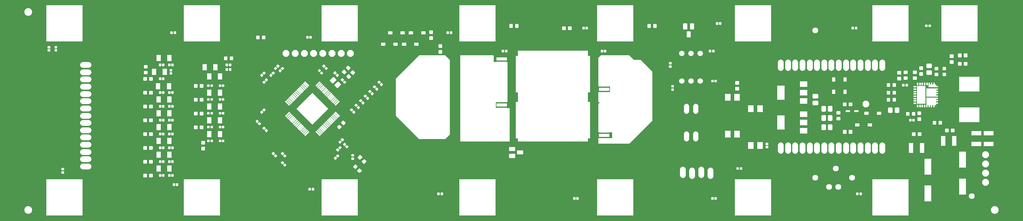
<source format=gbr>
G04 EAGLE Gerber RS-274X export*
G75*
%MOMM*%
%FSLAX34Y34*%
%LPD*%
%INSoldermask Top*%
%IPNEG*%
%AMOC8*
5,1,8,0,0,1.08239X$1,22.5*%
G01*
%ADD10C,0.460734*%
%ADD11R,1.251600X1.751600*%
%ADD12C,0.360766*%
%ADD13R,10.101600X10.101600*%
%ADD14R,1.651600X0.401600*%
%ADD15R,6.201600X6.201600*%
%ADD16R,1.501600X1.901600*%
%ADD17C,0.343781*%
%ADD18R,1.251600X0.901600*%
%ADD19C,0.563219*%
%ADD20C,0.451600*%
%ADD21R,2.461600X4.951600*%
%ADD22C,0.297431*%
%ADD23R,2.901600X0.901600*%
%ADD24R,2.801600X1.134600*%
%ADD25R,2.801600X2.167600*%
%ADD26C,1.501600*%
%ADD27C,1.422400*%
%ADD28C,1.625600*%
%ADD29R,1.151600X0.601600*%
%ADD30R,0.901600X1.251600*%
%ADD31C,1.879600*%
%ADD32P,2.034460X8X22.500000*%
%ADD33P,7.093118X8X22.500000*%
%ADD34R,5.601600X4.101600*%
%ADD35R,1.251600X2.801600*%
%ADD36R,2.101600X1.601600*%
%ADD37R,2.101600X3.901600*%
%ADD38R,2.801600X1.251600*%
%ADD39C,1.625600*%
%ADD40R,1.901600X4.501600*%

G36*
X1568476Y214380D02*
X1568476Y214380D01*
X1568502Y214378D01*
X1568649Y214400D01*
X1568796Y214417D01*
X1568821Y214425D01*
X1568847Y214429D01*
X1568985Y214484D01*
X1569124Y214534D01*
X1569146Y214548D01*
X1569171Y214558D01*
X1569292Y214643D01*
X1569417Y214723D01*
X1569435Y214742D01*
X1569457Y214757D01*
X1569556Y214867D01*
X1569659Y214974D01*
X1569673Y214996D01*
X1569690Y215016D01*
X1569762Y215146D01*
X1569838Y215273D01*
X1569846Y215298D01*
X1569859Y215321D01*
X1569899Y215464D01*
X1569944Y215605D01*
X1569946Y215631D01*
X1569954Y215656D01*
X1569973Y215900D01*
X1569973Y223046D01*
X1575600Y223046D01*
X1575604Y223049D01*
X1575604Y223050D01*
X1575604Y323050D01*
X1575601Y323054D01*
X1575600Y323054D01*
X1569973Y323054D01*
X1569973Y350046D01*
X1575600Y350046D01*
X1575604Y350049D01*
X1575604Y350050D01*
X1575604Y450050D01*
X1575601Y450054D01*
X1575600Y450054D01*
X1569973Y450054D01*
X1569973Y463550D01*
X1569970Y463576D01*
X1569972Y463602D01*
X1569950Y463749D01*
X1569933Y463896D01*
X1569925Y463921D01*
X1569921Y463947D01*
X1569866Y464085D01*
X1569816Y464224D01*
X1569802Y464246D01*
X1569792Y464271D01*
X1569707Y464392D01*
X1569627Y464517D01*
X1569608Y464535D01*
X1569593Y464557D01*
X1569483Y464656D01*
X1569376Y464759D01*
X1569354Y464773D01*
X1569334Y464790D01*
X1569204Y464862D01*
X1569077Y464938D01*
X1569052Y464946D01*
X1569029Y464959D01*
X1568886Y464999D01*
X1568745Y465044D01*
X1568719Y465046D01*
X1568694Y465054D01*
X1568450Y465073D01*
X1377950Y465073D01*
X1377924Y465070D01*
X1377898Y465072D01*
X1377751Y465050D01*
X1377604Y465033D01*
X1377579Y465025D01*
X1377553Y465021D01*
X1377415Y464966D01*
X1377276Y464916D01*
X1377254Y464902D01*
X1377229Y464892D01*
X1377108Y464807D01*
X1376983Y464727D01*
X1376965Y464708D01*
X1376943Y464693D01*
X1376844Y464583D01*
X1376741Y464476D01*
X1376727Y464454D01*
X1376710Y464434D01*
X1376638Y464304D01*
X1376562Y464177D01*
X1376554Y464152D01*
X1376541Y464129D01*
X1376501Y463986D01*
X1376456Y463845D01*
X1376454Y463819D01*
X1376446Y463794D01*
X1376427Y463550D01*
X1376427Y450054D01*
X1370800Y450054D01*
X1370796Y450051D01*
X1370796Y450050D01*
X1370796Y350050D01*
X1370799Y350046D01*
X1370800Y350046D01*
X1376427Y350046D01*
X1376427Y323054D01*
X1370800Y323054D01*
X1370796Y323051D01*
X1370796Y323050D01*
X1370796Y223050D01*
X1370799Y223046D01*
X1370800Y223046D01*
X1376427Y223046D01*
X1376427Y215900D01*
X1376430Y215874D01*
X1376428Y215848D01*
X1376450Y215701D01*
X1376467Y215554D01*
X1376475Y215529D01*
X1376479Y215503D01*
X1376534Y215365D01*
X1376584Y215226D01*
X1376598Y215204D01*
X1376608Y215179D01*
X1376693Y215058D01*
X1376773Y214933D01*
X1376792Y214915D01*
X1376807Y214893D01*
X1376917Y214794D01*
X1377024Y214691D01*
X1377046Y214677D01*
X1377066Y214660D01*
X1377196Y214588D01*
X1377323Y214512D01*
X1377348Y214504D01*
X1377371Y214491D01*
X1377514Y214451D01*
X1377655Y214406D01*
X1377681Y214404D01*
X1377706Y214396D01*
X1377950Y214377D01*
X1568450Y214377D01*
X1568476Y214380D01*
G37*
G36*
X1682876Y208041D02*
X1682876Y208041D01*
X1683002Y208048D01*
X1683048Y208061D01*
X1683096Y208067D01*
X1683215Y208109D01*
X1683337Y208144D01*
X1683379Y208168D01*
X1683424Y208184D01*
X1683531Y208253D01*
X1683641Y208314D01*
X1683687Y208354D01*
X1683717Y208373D01*
X1683751Y208408D01*
X1683827Y208473D01*
X1747327Y271973D01*
X1747406Y272072D01*
X1747490Y272166D01*
X1747514Y272208D01*
X1747544Y272246D01*
X1747598Y272360D01*
X1747659Y272471D01*
X1747672Y272517D01*
X1747693Y272561D01*
X1747719Y272684D01*
X1747754Y272806D01*
X1747759Y272867D01*
X1747766Y272902D01*
X1747765Y272950D01*
X1747773Y273050D01*
X1747773Y406400D01*
X1747759Y406526D01*
X1747752Y406652D01*
X1747739Y406698D01*
X1747733Y406746D01*
X1747691Y406865D01*
X1747656Y406987D01*
X1747632Y407029D01*
X1747616Y407074D01*
X1747547Y407181D01*
X1747486Y407291D01*
X1747446Y407337D01*
X1747427Y407367D01*
X1747392Y407401D01*
X1747327Y407477D01*
X1715577Y439227D01*
X1715478Y439306D01*
X1715384Y439390D01*
X1715342Y439414D01*
X1715304Y439444D01*
X1715190Y439498D01*
X1715079Y439559D01*
X1715033Y439572D01*
X1714989Y439593D01*
X1714866Y439619D01*
X1714744Y439654D01*
X1714683Y439659D01*
X1714648Y439666D01*
X1714600Y439665D01*
X1714500Y439673D01*
X1696081Y439673D01*
X1683827Y451927D01*
X1683728Y452006D01*
X1683634Y452090D01*
X1683592Y452114D01*
X1683554Y452144D01*
X1683440Y452198D01*
X1683329Y452259D01*
X1683283Y452272D01*
X1683239Y452293D01*
X1683116Y452319D01*
X1682994Y452354D01*
X1682933Y452359D01*
X1682898Y452366D01*
X1682850Y452365D01*
X1682750Y452373D01*
X1606550Y452373D01*
X1606424Y452359D01*
X1606298Y452352D01*
X1606252Y452339D01*
X1606204Y452333D01*
X1606085Y452291D01*
X1605963Y452256D01*
X1605921Y452232D01*
X1605876Y452216D01*
X1605769Y452147D01*
X1605659Y452086D01*
X1605613Y452046D01*
X1605583Y452027D01*
X1605549Y451992D01*
X1605473Y451927D01*
X1599123Y445577D01*
X1599044Y445478D01*
X1598960Y445384D01*
X1598936Y445342D01*
X1598906Y445304D01*
X1598852Y445190D01*
X1598791Y445079D01*
X1598778Y445033D01*
X1598757Y444989D01*
X1598731Y444866D01*
X1598696Y444744D01*
X1598692Y444683D01*
X1598684Y444648D01*
X1598685Y444600D01*
X1598677Y444500D01*
X1598677Y368300D01*
X1598680Y368274D01*
X1598678Y368248D01*
X1598700Y368101D01*
X1598717Y367954D01*
X1598725Y367929D01*
X1598729Y367903D01*
X1598784Y367765D01*
X1598834Y367626D01*
X1598848Y367604D01*
X1598858Y367579D01*
X1598943Y367458D01*
X1599023Y367333D01*
X1599042Y367315D01*
X1599057Y367293D01*
X1599167Y367194D01*
X1599274Y367091D01*
X1599296Y367077D01*
X1599316Y367060D01*
X1599446Y366988D01*
X1599573Y366912D01*
X1599598Y366904D01*
X1599621Y366891D01*
X1599764Y366851D01*
X1599905Y366806D01*
X1599931Y366804D01*
X1599956Y366796D01*
X1600200Y366777D01*
X1600596Y366777D01*
X1600596Y366050D01*
X1600599Y366046D01*
X1600600Y366046D01*
X1628600Y366046D01*
X1628604Y366049D01*
X1628604Y366050D01*
X1628604Y366777D01*
X1630427Y366777D01*
X1630427Y350773D01*
X1600200Y350773D01*
X1600174Y350770D01*
X1600148Y350772D01*
X1600001Y350750D01*
X1599854Y350733D01*
X1599829Y350725D01*
X1599803Y350721D01*
X1599665Y350666D01*
X1599526Y350616D01*
X1599504Y350602D01*
X1599479Y350592D01*
X1599358Y350507D01*
X1599233Y350427D01*
X1599215Y350408D01*
X1599193Y350393D01*
X1599094Y350283D01*
X1598991Y350176D01*
X1598977Y350154D01*
X1598960Y350134D01*
X1598888Y350004D01*
X1598812Y349877D01*
X1598804Y349852D01*
X1598791Y349829D01*
X1598751Y349686D01*
X1598706Y349545D01*
X1598704Y349519D01*
X1598696Y349494D01*
X1598677Y349250D01*
X1598677Y323850D01*
X1598680Y323824D01*
X1598678Y323798D01*
X1598700Y323651D01*
X1598717Y323504D01*
X1598725Y323479D01*
X1598729Y323453D01*
X1598784Y323315D01*
X1598834Y323176D01*
X1598848Y323154D01*
X1598858Y323129D01*
X1598943Y323008D01*
X1599023Y322883D01*
X1599042Y322865D01*
X1599057Y322843D01*
X1599167Y322744D01*
X1599274Y322641D01*
X1599296Y322627D01*
X1599316Y322610D01*
X1599446Y322538D01*
X1599573Y322462D01*
X1599598Y322454D01*
X1599621Y322441D01*
X1599764Y322401D01*
X1599905Y322356D01*
X1599931Y322354D01*
X1599956Y322346D01*
X1600200Y322327D01*
X1602873Y322327D01*
X1599123Y318577D01*
X1599044Y318478D01*
X1598960Y318384D01*
X1598936Y318342D01*
X1598906Y318304D01*
X1598852Y318190D01*
X1598791Y318079D01*
X1598778Y318033D01*
X1598757Y317989D01*
X1598731Y317866D01*
X1598696Y317744D01*
X1598692Y317683D01*
X1598684Y317648D01*
X1598685Y317600D01*
X1598677Y317500D01*
X1598677Y241300D01*
X1598680Y241274D01*
X1598678Y241248D01*
X1598700Y241101D01*
X1598717Y240954D01*
X1598725Y240929D01*
X1598729Y240903D01*
X1598784Y240765D01*
X1598834Y240626D01*
X1598848Y240604D01*
X1598858Y240579D01*
X1598943Y240458D01*
X1599023Y240333D01*
X1599042Y240315D01*
X1599057Y240293D01*
X1599167Y240194D01*
X1599274Y240091D01*
X1599296Y240077D01*
X1599316Y240060D01*
X1599446Y239988D01*
X1599573Y239912D01*
X1599598Y239904D01*
X1599621Y239891D01*
X1599764Y239851D01*
X1599905Y239806D01*
X1599931Y239804D01*
X1599956Y239796D01*
X1600200Y239777D01*
X1600596Y239777D01*
X1600596Y239050D01*
X1600599Y239046D01*
X1600600Y239046D01*
X1628600Y239046D01*
X1628604Y239049D01*
X1628604Y239050D01*
X1628604Y239777D01*
X1636777Y239777D01*
X1636777Y223773D01*
X1600200Y223773D01*
X1600174Y223770D01*
X1600148Y223772D01*
X1600001Y223750D01*
X1599854Y223733D01*
X1599829Y223725D01*
X1599803Y223721D01*
X1599665Y223666D01*
X1599526Y223616D01*
X1599504Y223602D01*
X1599479Y223592D01*
X1599358Y223507D01*
X1599233Y223427D01*
X1599215Y223408D01*
X1599193Y223393D01*
X1599094Y223283D01*
X1598991Y223176D01*
X1598977Y223154D01*
X1598960Y223134D01*
X1598888Y223004D01*
X1598812Y222877D01*
X1598804Y222852D01*
X1598791Y222829D01*
X1598751Y222686D01*
X1598706Y222545D01*
X1598704Y222519D01*
X1598696Y222494D01*
X1598677Y222250D01*
X1598677Y209550D01*
X1598680Y209524D01*
X1598678Y209498D01*
X1598700Y209351D01*
X1598717Y209204D01*
X1598725Y209179D01*
X1598729Y209153D01*
X1598784Y209015D01*
X1598834Y208876D01*
X1598848Y208854D01*
X1598858Y208829D01*
X1598943Y208708D01*
X1599023Y208583D01*
X1599042Y208565D01*
X1599057Y208543D01*
X1599167Y208444D01*
X1599274Y208341D01*
X1599296Y208327D01*
X1599316Y208310D01*
X1599446Y208238D01*
X1599573Y208162D01*
X1599598Y208154D01*
X1599621Y208141D01*
X1599764Y208101D01*
X1599905Y208056D01*
X1599931Y208054D01*
X1599956Y208046D01*
X1600200Y208027D01*
X1682750Y208027D01*
X1682876Y208041D01*
G37*
G36*
X1352576Y214380D02*
X1352576Y214380D01*
X1352602Y214378D01*
X1352749Y214400D01*
X1352896Y214417D01*
X1352921Y214425D01*
X1352947Y214429D01*
X1353085Y214484D01*
X1353224Y214534D01*
X1353246Y214548D01*
X1353271Y214558D01*
X1353392Y214643D01*
X1353517Y214723D01*
X1353535Y214742D01*
X1353557Y214757D01*
X1353656Y214867D01*
X1353759Y214974D01*
X1353773Y214996D01*
X1353790Y215016D01*
X1353862Y215146D01*
X1353938Y215273D01*
X1353946Y215298D01*
X1353959Y215321D01*
X1353999Y215464D01*
X1354044Y215605D01*
X1354046Y215631D01*
X1354054Y215656D01*
X1354073Y215900D01*
X1354073Y304800D01*
X1354070Y304826D01*
X1354072Y304852D01*
X1354050Y304999D01*
X1354033Y305146D01*
X1354025Y305171D01*
X1354021Y305197D01*
X1353966Y305335D01*
X1353916Y305474D01*
X1353902Y305496D01*
X1353892Y305521D01*
X1353807Y305642D01*
X1353727Y305767D01*
X1353708Y305785D01*
X1353693Y305807D01*
X1353583Y305906D01*
X1353476Y306009D01*
X1353454Y306023D01*
X1353434Y306040D01*
X1353304Y306112D01*
X1353177Y306188D01*
X1353152Y306196D01*
X1353129Y306209D01*
X1352986Y306249D01*
X1352845Y306294D01*
X1352819Y306296D01*
X1352794Y306304D01*
X1352550Y306323D01*
X1345804Y306323D01*
X1345804Y307050D01*
X1345801Y307054D01*
X1345800Y307054D01*
X1317800Y307054D01*
X1317796Y307051D01*
X1317796Y307050D01*
X1317796Y306323D01*
X1315973Y306323D01*
X1315973Y322327D01*
X1346200Y322327D01*
X1346226Y322330D01*
X1346252Y322328D01*
X1346399Y322350D01*
X1346546Y322367D01*
X1346571Y322375D01*
X1346597Y322379D01*
X1346735Y322434D01*
X1346874Y322484D01*
X1346896Y322498D01*
X1346921Y322508D01*
X1347042Y322593D01*
X1347167Y322673D01*
X1347185Y322692D01*
X1347207Y322707D01*
X1347306Y322817D01*
X1347409Y322924D01*
X1347423Y322946D01*
X1347440Y322966D01*
X1347512Y323096D01*
X1347588Y323223D01*
X1347596Y323248D01*
X1347609Y323271D01*
X1347649Y323414D01*
X1347694Y323555D01*
X1347696Y323581D01*
X1347704Y323606D01*
X1347723Y323850D01*
X1347723Y431800D01*
X1347720Y431826D01*
X1347722Y431852D01*
X1347700Y431999D01*
X1347683Y432146D01*
X1347675Y432171D01*
X1347671Y432197D01*
X1347616Y432335D01*
X1347566Y432474D01*
X1347552Y432496D01*
X1347542Y432521D01*
X1347457Y432642D01*
X1347377Y432767D01*
X1347358Y432785D01*
X1347343Y432807D01*
X1347233Y432906D01*
X1347126Y433009D01*
X1347104Y433023D01*
X1347084Y433040D01*
X1346954Y433112D01*
X1346827Y433188D01*
X1346802Y433196D01*
X1346779Y433209D01*
X1346636Y433249D01*
X1346495Y433294D01*
X1346469Y433296D01*
X1346444Y433304D01*
X1346200Y433323D01*
X1345804Y433323D01*
X1345804Y434050D01*
X1345801Y434054D01*
X1345800Y434054D01*
X1317800Y434054D01*
X1317796Y434051D01*
X1317796Y434050D01*
X1317796Y433323D01*
X1309623Y433323D01*
X1309623Y450850D01*
X1309620Y450876D01*
X1309622Y450902D01*
X1309600Y451049D01*
X1309583Y451196D01*
X1309575Y451221D01*
X1309571Y451247D01*
X1309516Y451385D01*
X1309466Y451524D01*
X1309452Y451546D01*
X1309442Y451571D01*
X1309357Y451692D01*
X1309277Y451817D01*
X1309258Y451835D01*
X1309243Y451857D01*
X1309133Y451956D01*
X1309026Y452059D01*
X1309004Y452073D01*
X1308984Y452090D01*
X1308854Y452162D01*
X1308727Y452238D01*
X1308702Y452246D01*
X1308679Y452259D01*
X1308536Y452299D01*
X1308395Y452344D01*
X1308369Y452346D01*
X1308344Y452354D01*
X1308100Y452373D01*
X1219200Y452373D01*
X1219174Y452370D01*
X1219148Y452372D01*
X1219001Y452350D01*
X1218854Y452333D01*
X1218829Y452325D01*
X1218803Y452321D01*
X1218665Y452266D01*
X1218526Y452216D01*
X1218504Y452202D01*
X1218479Y452192D01*
X1218358Y452107D01*
X1218233Y452027D01*
X1218215Y452008D01*
X1218193Y451993D01*
X1218094Y451883D01*
X1217991Y451776D01*
X1217977Y451754D01*
X1217960Y451734D01*
X1217888Y451604D01*
X1217812Y451477D01*
X1217804Y451452D01*
X1217791Y451429D01*
X1217751Y451286D01*
X1217706Y451145D01*
X1217704Y451119D01*
X1217696Y451094D01*
X1217677Y450850D01*
X1217677Y215900D01*
X1217680Y215874D01*
X1217678Y215848D01*
X1217700Y215701D01*
X1217717Y215554D01*
X1217725Y215529D01*
X1217729Y215503D01*
X1217784Y215365D01*
X1217834Y215226D01*
X1217848Y215204D01*
X1217858Y215179D01*
X1217943Y215058D01*
X1218023Y214933D01*
X1218042Y214915D01*
X1218057Y214893D01*
X1218167Y214794D01*
X1218274Y214691D01*
X1218296Y214677D01*
X1218316Y214660D01*
X1218446Y214588D01*
X1218573Y214512D01*
X1218598Y214504D01*
X1218621Y214491D01*
X1218764Y214451D01*
X1218905Y214406D01*
X1218931Y214404D01*
X1218956Y214396D01*
X1219200Y214377D01*
X1352550Y214377D01*
X1352576Y214380D01*
G37*
G36*
X1174876Y220741D02*
X1174876Y220741D01*
X1175002Y220748D01*
X1175048Y220761D01*
X1175096Y220767D01*
X1175215Y220809D01*
X1175337Y220844D01*
X1175379Y220868D01*
X1175424Y220884D01*
X1175531Y220953D01*
X1175641Y221014D01*
X1175687Y221054D01*
X1175717Y221073D01*
X1175751Y221108D01*
X1175827Y221173D01*
X1188527Y233873D01*
X1188606Y233972D01*
X1188690Y234066D01*
X1188714Y234108D01*
X1188744Y234146D01*
X1188798Y234260D01*
X1188859Y234371D01*
X1188872Y234417D01*
X1188893Y234461D01*
X1188919Y234584D01*
X1188954Y234706D01*
X1188959Y234767D01*
X1188966Y234802D01*
X1188965Y234850D01*
X1188973Y234950D01*
X1188973Y438150D01*
X1188959Y438276D01*
X1188952Y438402D01*
X1188939Y438448D01*
X1188933Y438496D01*
X1188891Y438615D01*
X1188856Y438737D01*
X1188832Y438779D01*
X1188816Y438824D01*
X1188747Y438931D01*
X1188686Y439041D01*
X1188646Y439087D01*
X1188627Y439117D01*
X1188592Y439151D01*
X1188527Y439227D01*
X1175827Y451927D01*
X1175728Y452006D01*
X1175634Y452090D01*
X1175592Y452114D01*
X1175554Y452144D01*
X1175440Y452198D01*
X1175329Y452259D01*
X1175283Y452272D01*
X1175239Y452293D01*
X1175116Y452319D01*
X1174994Y452354D01*
X1174933Y452359D01*
X1174898Y452366D01*
X1174850Y452365D01*
X1174750Y452373D01*
X1104900Y452373D01*
X1104774Y452359D01*
X1104648Y452352D01*
X1104602Y452339D01*
X1104554Y452333D01*
X1104435Y452291D01*
X1104313Y452256D01*
X1104271Y452232D01*
X1104226Y452216D01*
X1104119Y452147D01*
X1104009Y452086D01*
X1103963Y452046D01*
X1103933Y452027D01*
X1103899Y451992D01*
X1103823Y451927D01*
X1040323Y388427D01*
X1040244Y388328D01*
X1040160Y388234D01*
X1040136Y388192D01*
X1040106Y388154D01*
X1040052Y388040D01*
X1039991Y387929D01*
X1039978Y387883D01*
X1039957Y387839D01*
X1039931Y387716D01*
X1039896Y387594D01*
X1039892Y387533D01*
X1039884Y387498D01*
X1039885Y387450D01*
X1039877Y387350D01*
X1039877Y285750D01*
X1039891Y285624D01*
X1039898Y285498D01*
X1039911Y285452D01*
X1039917Y285404D01*
X1039959Y285285D01*
X1039994Y285163D01*
X1040018Y285121D01*
X1040034Y285076D01*
X1040103Y284969D01*
X1040164Y284859D01*
X1040204Y284813D01*
X1040223Y284783D01*
X1040258Y284749D01*
X1040323Y284673D01*
X1103823Y221173D01*
X1103922Y221094D01*
X1104016Y221010D01*
X1104058Y220986D01*
X1104096Y220956D01*
X1104210Y220902D01*
X1104321Y220841D01*
X1104367Y220828D01*
X1104411Y220807D01*
X1104534Y220781D01*
X1104656Y220746D01*
X1104717Y220742D01*
X1104752Y220734D01*
X1104800Y220735D01*
X1104900Y220727D01*
X1174750Y220727D01*
X1174876Y220741D01*
G37*
G36*
X2534480Y337901D02*
X2534480Y337901D01*
X2534481Y337901D01*
X2534974Y337972D01*
X2534975Y337972D01*
X2535428Y338179D01*
X2535428Y338180D01*
X2535429Y338180D01*
X2535805Y338506D01*
X2535805Y338507D01*
X2535806Y338507D01*
X2536075Y338926D01*
X2536075Y338927D01*
X2536076Y338927D01*
X2536216Y339405D01*
X2536216Y339406D01*
X2536216Y339904D01*
X2536216Y339905D01*
X2536076Y340383D01*
X2536075Y340384D01*
X2535806Y340803D01*
X2535805Y340804D01*
X2535429Y341130D01*
X2535428Y341130D01*
X2535428Y341131D01*
X2534975Y341338D01*
X2534974Y341338D01*
X2534481Y341409D01*
X2534480Y341409D01*
X2530404Y341409D01*
X2530404Y344401D01*
X2534480Y344401D01*
X2534481Y344401D01*
X2534974Y344472D01*
X2534975Y344472D01*
X2535428Y344679D01*
X2535428Y344680D01*
X2535429Y344680D01*
X2535805Y345006D01*
X2535805Y345007D01*
X2535806Y345007D01*
X2536075Y345426D01*
X2536075Y345427D01*
X2536076Y345427D01*
X2536216Y345905D01*
X2536216Y345906D01*
X2536216Y346404D01*
X2536216Y346405D01*
X2536076Y346883D01*
X2536075Y346884D01*
X2535806Y347303D01*
X2535805Y347304D01*
X2535429Y347630D01*
X2535428Y347630D01*
X2535428Y347631D01*
X2534975Y347838D01*
X2534974Y347838D01*
X2534481Y347909D01*
X2534480Y347909D01*
X2530404Y347909D01*
X2530404Y350901D01*
X2534480Y350901D01*
X2534481Y350901D01*
X2534974Y350972D01*
X2534975Y350972D01*
X2535428Y351179D01*
X2535428Y351180D01*
X2535429Y351180D01*
X2535805Y351506D01*
X2535805Y351507D01*
X2535806Y351507D01*
X2536075Y351926D01*
X2536075Y351927D01*
X2536076Y351927D01*
X2536216Y352405D01*
X2536216Y352406D01*
X2536216Y352904D01*
X2536216Y352905D01*
X2536076Y353383D01*
X2536075Y353384D01*
X2535806Y353803D01*
X2535805Y353804D01*
X2535429Y354130D01*
X2535428Y354130D01*
X2535428Y354131D01*
X2534975Y354338D01*
X2534974Y354338D01*
X2534481Y354409D01*
X2534480Y354409D01*
X2530404Y354409D01*
X2530404Y357401D01*
X2534480Y357401D01*
X2534481Y357401D01*
X2534974Y357472D01*
X2534975Y357472D01*
X2535428Y357679D01*
X2535428Y357680D01*
X2535429Y357680D01*
X2535805Y358006D01*
X2535805Y358007D01*
X2535806Y358007D01*
X2536075Y358426D01*
X2536075Y358427D01*
X2536076Y358427D01*
X2536216Y358905D01*
X2536216Y358906D01*
X2536216Y359404D01*
X2536216Y359405D01*
X2536076Y359883D01*
X2536075Y359884D01*
X2535806Y360303D01*
X2535805Y360304D01*
X2535429Y360630D01*
X2535428Y360630D01*
X2535428Y360631D01*
X2534975Y360838D01*
X2534974Y360838D01*
X2534481Y360909D01*
X2534480Y360909D01*
X2503400Y360909D01*
X2503396Y360906D01*
X2503396Y360905D01*
X2503396Y337905D01*
X2503399Y337901D01*
X2503400Y337901D01*
X2534480Y337901D01*
X2534480Y337901D01*
G37*
G36*
X2505400Y308589D02*
X2505400Y308589D01*
X2505878Y308729D01*
X2505879Y308730D01*
X2506298Y308999D01*
X2506299Y309000D01*
X2506625Y309376D01*
X2506625Y309377D01*
X2506626Y309377D01*
X2506833Y309830D01*
X2506833Y309831D01*
X2506833Y309833D01*
X2506834Y309833D01*
X2506837Y309854D01*
X2506838Y309862D01*
X2506841Y309883D01*
X2506844Y309904D01*
X2506847Y309925D01*
X2506850Y309946D01*
X2506850Y309947D01*
X2506853Y309968D01*
X2506854Y309976D01*
X2506857Y309997D01*
X2506860Y310018D01*
X2506863Y310039D01*
X2506866Y310060D01*
X2506869Y310081D01*
X2506869Y310082D01*
X2506872Y310103D01*
X2506874Y310111D01*
X2506877Y310132D01*
X2506880Y310153D01*
X2506883Y310174D01*
X2506886Y310195D01*
X2506889Y310216D01*
X2506889Y310217D01*
X2506890Y310225D01*
X2506893Y310246D01*
X2506896Y310267D01*
X2506899Y310288D01*
X2506902Y310309D01*
X2506904Y310324D01*
X2506904Y310325D01*
X2506904Y314401D01*
X2509896Y314401D01*
X2509896Y310325D01*
X2509896Y310324D01*
X2509967Y309831D01*
X2509967Y309830D01*
X2510174Y309377D01*
X2510175Y309377D01*
X2510175Y309376D01*
X2510501Y309000D01*
X2510502Y309000D01*
X2510502Y308999D01*
X2510921Y308730D01*
X2510922Y308730D01*
X2510922Y308729D01*
X2511400Y308589D01*
X2511401Y308589D01*
X2511899Y308589D01*
X2511900Y308589D01*
X2512378Y308729D01*
X2512379Y308730D01*
X2512798Y308999D01*
X2512799Y309000D01*
X2513125Y309376D01*
X2513125Y309377D01*
X2513126Y309377D01*
X2513333Y309830D01*
X2513333Y309831D01*
X2513333Y309833D01*
X2513334Y309833D01*
X2513337Y309854D01*
X2513338Y309862D01*
X2513341Y309883D01*
X2513344Y309904D01*
X2513347Y309925D01*
X2513350Y309946D01*
X2513350Y309947D01*
X2513353Y309968D01*
X2513354Y309976D01*
X2513357Y309997D01*
X2513360Y310018D01*
X2513363Y310039D01*
X2513366Y310060D01*
X2513369Y310081D01*
X2513369Y310082D01*
X2513372Y310103D01*
X2513374Y310111D01*
X2513377Y310132D01*
X2513380Y310153D01*
X2513383Y310174D01*
X2513386Y310195D01*
X2513389Y310216D01*
X2513389Y310217D01*
X2513390Y310225D01*
X2513393Y310246D01*
X2513396Y310267D01*
X2513399Y310288D01*
X2513402Y310309D01*
X2513404Y310324D01*
X2513404Y310325D01*
X2513404Y314401D01*
X2516396Y314401D01*
X2516396Y310325D01*
X2516396Y310324D01*
X2516467Y309831D01*
X2516467Y309830D01*
X2516674Y309377D01*
X2516675Y309377D01*
X2516675Y309376D01*
X2517001Y309000D01*
X2517002Y309000D01*
X2517002Y308999D01*
X2517421Y308730D01*
X2517422Y308730D01*
X2517422Y308729D01*
X2517900Y308589D01*
X2517901Y308589D01*
X2518399Y308589D01*
X2518400Y308589D01*
X2518878Y308729D01*
X2518879Y308730D01*
X2519298Y308999D01*
X2519299Y309000D01*
X2519625Y309376D01*
X2519625Y309377D01*
X2519626Y309377D01*
X2519833Y309830D01*
X2519833Y309831D01*
X2519833Y309833D01*
X2519834Y309833D01*
X2519837Y309854D01*
X2519838Y309862D01*
X2519841Y309883D01*
X2519844Y309904D01*
X2519847Y309925D01*
X2519850Y309946D01*
X2519850Y309947D01*
X2519853Y309968D01*
X2519854Y309976D01*
X2519857Y309997D01*
X2519860Y310018D01*
X2519863Y310039D01*
X2519866Y310060D01*
X2519869Y310081D01*
X2519869Y310082D01*
X2519872Y310103D01*
X2519874Y310111D01*
X2519877Y310132D01*
X2519880Y310153D01*
X2519883Y310174D01*
X2519886Y310195D01*
X2519889Y310216D01*
X2519889Y310217D01*
X2519890Y310225D01*
X2519893Y310246D01*
X2519896Y310267D01*
X2519899Y310288D01*
X2519902Y310309D01*
X2519904Y310324D01*
X2519904Y310325D01*
X2519904Y314401D01*
X2522896Y314401D01*
X2522896Y310325D01*
X2522896Y310324D01*
X2522967Y309831D01*
X2522967Y309830D01*
X2523174Y309377D01*
X2523175Y309377D01*
X2523175Y309376D01*
X2523501Y309000D01*
X2523502Y309000D01*
X2523502Y308999D01*
X2523921Y308730D01*
X2523922Y308730D01*
X2523922Y308729D01*
X2524400Y308589D01*
X2524401Y308589D01*
X2524899Y308589D01*
X2524900Y308589D01*
X2525378Y308729D01*
X2525379Y308730D01*
X2525798Y308999D01*
X2525799Y309000D01*
X2526125Y309376D01*
X2526125Y309377D01*
X2526126Y309377D01*
X2526333Y309830D01*
X2526333Y309831D01*
X2526333Y309833D01*
X2526334Y309833D01*
X2526337Y309854D01*
X2526338Y309862D01*
X2526341Y309883D01*
X2526344Y309904D01*
X2526347Y309925D01*
X2526350Y309946D01*
X2526350Y309947D01*
X2526353Y309968D01*
X2526354Y309976D01*
X2526357Y309997D01*
X2526360Y310018D01*
X2526363Y310039D01*
X2526366Y310060D01*
X2526369Y310081D01*
X2526369Y310082D01*
X2526372Y310103D01*
X2526374Y310111D01*
X2526377Y310132D01*
X2526380Y310153D01*
X2526383Y310174D01*
X2526386Y310195D01*
X2526389Y310216D01*
X2526389Y310217D01*
X2526390Y310225D01*
X2526393Y310246D01*
X2526396Y310267D01*
X2526399Y310288D01*
X2526402Y310309D01*
X2526404Y310324D01*
X2526404Y310325D01*
X2526404Y314401D01*
X2530400Y314401D01*
X2530404Y314404D01*
X2530404Y314405D01*
X2530404Y318401D01*
X2534480Y318401D01*
X2534481Y318401D01*
X2534974Y318472D01*
X2534975Y318472D01*
X2535428Y318679D01*
X2535428Y318680D01*
X2535429Y318680D01*
X2535805Y319006D01*
X2535805Y319007D01*
X2535806Y319007D01*
X2536075Y319426D01*
X2536075Y319427D01*
X2536076Y319427D01*
X2536216Y319905D01*
X2536216Y319906D01*
X2536216Y320404D01*
X2536216Y320405D01*
X2536076Y320883D01*
X2536075Y320884D01*
X2535806Y321303D01*
X2535805Y321304D01*
X2535429Y321630D01*
X2535428Y321630D01*
X2535428Y321631D01*
X2534975Y321838D01*
X2534974Y321838D01*
X2534481Y321909D01*
X2534480Y321909D01*
X2530404Y321909D01*
X2530404Y324901D01*
X2534480Y324901D01*
X2534481Y324901D01*
X2534974Y324972D01*
X2534975Y324972D01*
X2535428Y325179D01*
X2535428Y325180D01*
X2535429Y325180D01*
X2535805Y325506D01*
X2535805Y325507D01*
X2535806Y325507D01*
X2536075Y325926D01*
X2536075Y325927D01*
X2536076Y325927D01*
X2536216Y326405D01*
X2536216Y326406D01*
X2536216Y326904D01*
X2536216Y326905D01*
X2536076Y327383D01*
X2536075Y327384D01*
X2535806Y327803D01*
X2535805Y327804D01*
X2535429Y328130D01*
X2535428Y328130D01*
X2535428Y328131D01*
X2534975Y328338D01*
X2534974Y328338D01*
X2534481Y328409D01*
X2534480Y328409D01*
X2530404Y328409D01*
X2530404Y331401D01*
X2534480Y331401D01*
X2534481Y331401D01*
X2534974Y331472D01*
X2534975Y331472D01*
X2535428Y331679D01*
X2535428Y331680D01*
X2535429Y331680D01*
X2535805Y332006D01*
X2535805Y332007D01*
X2535806Y332007D01*
X2536075Y332426D01*
X2536075Y332427D01*
X2536076Y332427D01*
X2536216Y332905D01*
X2536216Y332906D01*
X2536216Y333404D01*
X2536216Y333405D01*
X2536076Y333883D01*
X2536075Y333884D01*
X2535806Y334303D01*
X2535805Y334304D01*
X2535429Y334630D01*
X2535428Y334630D01*
X2535428Y334631D01*
X2534975Y334838D01*
X2534974Y334838D01*
X2534481Y334909D01*
X2534480Y334909D01*
X2503400Y334909D01*
X2503396Y334906D01*
X2503396Y334905D01*
X2503396Y310325D01*
X2503396Y310324D01*
X2503467Y309831D01*
X2503467Y309830D01*
X2503674Y309377D01*
X2503675Y309377D01*
X2503675Y309376D01*
X2504001Y309000D01*
X2504002Y309000D01*
X2504002Y308999D01*
X2504421Y308730D01*
X2504422Y308730D01*
X2504422Y308729D01*
X2504900Y308589D01*
X2504901Y308589D01*
X2505399Y308589D01*
X2505400Y308589D01*
G37*
G36*
X27192Y561020D02*
X27192Y561020D01*
X27235Y561032D01*
X27301Y561039D01*
X28984Y561490D01*
X29025Y561509D01*
X29088Y561528D01*
X30668Y562265D01*
X30705Y562291D01*
X30764Y562320D01*
X32192Y563320D01*
X32223Y563352D01*
X32276Y563391D01*
X33509Y564624D01*
X33534Y564660D01*
X33580Y564708D01*
X34580Y566136D01*
X34598Y566177D01*
X34635Y566232D01*
X35372Y567812D01*
X35383Y567855D01*
X35410Y567916D01*
X35861Y569599D01*
X35863Y569631D01*
X35870Y569652D01*
X35870Y569667D01*
X35880Y569708D01*
X36032Y571445D01*
X36028Y571489D01*
X36032Y571555D01*
X35880Y573292D01*
X35868Y573335D01*
X35861Y573401D01*
X35410Y575084D01*
X35391Y575125D01*
X35372Y575188D01*
X34635Y576768D01*
X34609Y576805D01*
X34580Y576864D01*
X33580Y578292D01*
X33548Y578323D01*
X33509Y578376D01*
X32276Y579609D01*
X32240Y579634D01*
X32192Y579680D01*
X30764Y580680D01*
X30723Y580698D01*
X30668Y580735D01*
X29088Y581472D01*
X29045Y581483D01*
X28984Y581510D01*
X27301Y581961D01*
X27256Y581964D01*
X27192Y581980D01*
X25455Y582132D01*
X25411Y582128D01*
X25345Y582132D01*
X23608Y581980D01*
X23565Y581968D01*
X23499Y581961D01*
X21816Y581510D01*
X21775Y581491D01*
X21712Y581472D01*
X20132Y580735D01*
X20095Y580709D01*
X20036Y580680D01*
X18608Y579680D01*
X18577Y579648D01*
X18524Y579609D01*
X17291Y578376D01*
X17266Y578340D01*
X17220Y578292D01*
X16220Y576864D01*
X16202Y576823D01*
X16165Y576768D01*
X15428Y575188D01*
X15417Y575145D01*
X15390Y575084D01*
X14939Y573401D01*
X14936Y573356D01*
X14920Y573292D01*
X14768Y571555D01*
X14772Y571511D01*
X14768Y571445D01*
X14920Y569708D01*
X14932Y569665D01*
X14936Y569631D01*
X14936Y569615D01*
X14938Y569610D01*
X14939Y569599D01*
X15390Y567916D01*
X15409Y567875D01*
X15428Y567812D01*
X16165Y566232D01*
X16191Y566195D01*
X16220Y566136D01*
X17220Y564708D01*
X17252Y564677D01*
X17291Y564624D01*
X18524Y563391D01*
X18560Y563366D01*
X18608Y563320D01*
X20036Y562320D01*
X20077Y562302D01*
X20132Y562265D01*
X21712Y561528D01*
X21755Y561517D01*
X21816Y561490D01*
X23499Y561039D01*
X23544Y561036D01*
X23608Y561020D01*
X25345Y560868D01*
X25389Y560872D01*
X25455Y560868D01*
X27192Y561020D01*
G37*
G36*
X27192Y14920D02*
X27192Y14920D01*
X27235Y14932D01*
X27301Y14939D01*
X28984Y15390D01*
X29025Y15409D01*
X29088Y15428D01*
X30668Y16165D01*
X30705Y16191D01*
X30764Y16220D01*
X32192Y17220D01*
X32223Y17252D01*
X32276Y17291D01*
X33509Y18524D01*
X33534Y18560D01*
X33580Y18608D01*
X34580Y20036D01*
X34598Y20077D01*
X34635Y20132D01*
X35372Y21712D01*
X35383Y21755D01*
X35410Y21816D01*
X35861Y23499D01*
X35863Y23531D01*
X35870Y23552D01*
X35870Y23567D01*
X35880Y23608D01*
X36032Y25345D01*
X36028Y25389D01*
X36032Y25455D01*
X35880Y27192D01*
X35868Y27235D01*
X35861Y27301D01*
X35410Y28984D01*
X35391Y29025D01*
X35372Y29088D01*
X34635Y30668D01*
X34609Y30705D01*
X34580Y30764D01*
X33580Y32192D01*
X33548Y32223D01*
X33509Y32276D01*
X32276Y33509D01*
X32240Y33534D01*
X32192Y33580D01*
X30764Y34580D01*
X30723Y34598D01*
X30668Y34635D01*
X29088Y35372D01*
X29045Y35383D01*
X28984Y35410D01*
X27301Y35861D01*
X27256Y35864D01*
X27192Y35880D01*
X25455Y36032D01*
X25411Y36028D01*
X25345Y36032D01*
X23608Y35880D01*
X23565Y35868D01*
X23499Y35861D01*
X21816Y35410D01*
X21775Y35391D01*
X21712Y35372D01*
X20132Y34635D01*
X20095Y34609D01*
X20036Y34580D01*
X18608Y33580D01*
X18577Y33548D01*
X18524Y33509D01*
X17291Y32276D01*
X17266Y32240D01*
X17220Y32192D01*
X16220Y30764D01*
X16202Y30723D01*
X16165Y30668D01*
X15428Y29088D01*
X15417Y29045D01*
X15390Y28984D01*
X14939Y27301D01*
X14936Y27256D01*
X14920Y27192D01*
X14768Y25455D01*
X14772Y25411D01*
X14768Y25345D01*
X14920Y23608D01*
X14932Y23565D01*
X14936Y23531D01*
X14936Y23515D01*
X14938Y23510D01*
X14939Y23499D01*
X15390Y21816D01*
X15409Y21775D01*
X15428Y21712D01*
X16165Y20132D01*
X16191Y20095D01*
X16220Y20036D01*
X17220Y18608D01*
X17252Y18577D01*
X17291Y18524D01*
X18524Y17291D01*
X18560Y17266D01*
X18608Y17220D01*
X20036Y16220D01*
X20077Y16202D01*
X20132Y16165D01*
X21712Y15428D01*
X21755Y15417D01*
X21816Y15390D01*
X23499Y14939D01*
X23544Y14936D01*
X23608Y14920D01*
X25345Y14768D01*
X25389Y14772D01*
X25455Y14768D01*
X27192Y14920D01*
G37*
G36*
X2694192Y14920D02*
X2694192Y14920D01*
X2694235Y14932D01*
X2694301Y14939D01*
X2695984Y15390D01*
X2696025Y15409D01*
X2696088Y15428D01*
X2697668Y16165D01*
X2697705Y16191D01*
X2697764Y16220D01*
X2699192Y17220D01*
X2699223Y17252D01*
X2699276Y17291D01*
X2700509Y18524D01*
X2700534Y18560D01*
X2700580Y18608D01*
X2701580Y20036D01*
X2701598Y20077D01*
X2701635Y20132D01*
X2702372Y21712D01*
X2702383Y21755D01*
X2702410Y21816D01*
X2702861Y23499D01*
X2702863Y23531D01*
X2702870Y23552D01*
X2702870Y23567D01*
X2702880Y23608D01*
X2703032Y25345D01*
X2703028Y25389D01*
X2703032Y25455D01*
X2702880Y27192D01*
X2702868Y27235D01*
X2702861Y27301D01*
X2702410Y28984D01*
X2702391Y29025D01*
X2702372Y29088D01*
X2701635Y30668D01*
X2701609Y30705D01*
X2701580Y30764D01*
X2700580Y32192D01*
X2700548Y32223D01*
X2700509Y32276D01*
X2699276Y33509D01*
X2699240Y33534D01*
X2699192Y33580D01*
X2697764Y34580D01*
X2697723Y34598D01*
X2697668Y34635D01*
X2696088Y35372D01*
X2696045Y35383D01*
X2695984Y35410D01*
X2694301Y35861D01*
X2694256Y35864D01*
X2694192Y35880D01*
X2692455Y36032D01*
X2692411Y36028D01*
X2692345Y36032D01*
X2690608Y35880D01*
X2690565Y35868D01*
X2690499Y35861D01*
X2688816Y35410D01*
X2688775Y35391D01*
X2688712Y35372D01*
X2687132Y34635D01*
X2687095Y34609D01*
X2687036Y34580D01*
X2685608Y33580D01*
X2685577Y33548D01*
X2685524Y33509D01*
X2684291Y32276D01*
X2684266Y32240D01*
X2684220Y32192D01*
X2683220Y30764D01*
X2683202Y30723D01*
X2683165Y30668D01*
X2682428Y29088D01*
X2682417Y29045D01*
X2682390Y28984D01*
X2681939Y27301D01*
X2681936Y27256D01*
X2681920Y27192D01*
X2681768Y25455D01*
X2681772Y25411D01*
X2681768Y25345D01*
X2681920Y23608D01*
X2681932Y23565D01*
X2681936Y23531D01*
X2681936Y23515D01*
X2681938Y23510D01*
X2681939Y23499D01*
X2682390Y21816D01*
X2682409Y21775D01*
X2682428Y21712D01*
X2683165Y20132D01*
X2683191Y20095D01*
X2683220Y20036D01*
X2684220Y18608D01*
X2684252Y18577D01*
X2684291Y18524D01*
X2685524Y17291D01*
X2685560Y17266D01*
X2685608Y17220D01*
X2687036Y16220D01*
X2687077Y16202D01*
X2687132Y16165D01*
X2688712Y15428D01*
X2688755Y15417D01*
X2688816Y15390D01*
X2690499Y14939D01*
X2690544Y14936D01*
X2690608Y14920D01*
X2692345Y14768D01*
X2692389Y14772D01*
X2692455Y14768D01*
X2694192Y14920D01*
G37*
G36*
X2534480Y363901D02*
X2534480Y363901D01*
X2534481Y363901D01*
X2534974Y363972D01*
X2534975Y363972D01*
X2535428Y364179D01*
X2535428Y364180D01*
X2535429Y364180D01*
X2535805Y364506D01*
X2535805Y364507D01*
X2535806Y364507D01*
X2536075Y364926D01*
X2536075Y364927D01*
X2536076Y364927D01*
X2536216Y365405D01*
X2536216Y365406D01*
X2536216Y365904D01*
X2536216Y365905D01*
X2536076Y366383D01*
X2536075Y366384D01*
X2535806Y366803D01*
X2535805Y366804D01*
X2535429Y367130D01*
X2535428Y367130D01*
X2535428Y367131D01*
X2534975Y367338D01*
X2534974Y367338D01*
X2534481Y367409D01*
X2534480Y367409D01*
X2530404Y367409D01*
X2530404Y371405D01*
X2530401Y371409D01*
X2530400Y371409D01*
X2526404Y371409D01*
X2526404Y375485D01*
X2526404Y375486D01*
X2526333Y375979D01*
X2526333Y375980D01*
X2526126Y376433D01*
X2526125Y376433D01*
X2526125Y376434D01*
X2525799Y376810D01*
X2525798Y376810D01*
X2525798Y376811D01*
X2525379Y377080D01*
X2525378Y377080D01*
X2525378Y377081D01*
X2524900Y377221D01*
X2524899Y377221D01*
X2524401Y377221D01*
X2524400Y377221D01*
X2523922Y377081D01*
X2523921Y377080D01*
X2523502Y376811D01*
X2523502Y376810D01*
X2523501Y376810D01*
X2523175Y376434D01*
X2523175Y376433D01*
X2523174Y376433D01*
X2522967Y375980D01*
X2522967Y375979D01*
X2522964Y375963D01*
X2522961Y375942D01*
X2522958Y375921D01*
X2522958Y375920D01*
X2522955Y375899D01*
X2522952Y375878D01*
X2522949Y375857D01*
X2522948Y375849D01*
X2522945Y375828D01*
X2522942Y375807D01*
X2522939Y375786D01*
X2522939Y375785D01*
X2522936Y375764D01*
X2522933Y375743D01*
X2522930Y375722D01*
X2522929Y375714D01*
X2522926Y375693D01*
X2522923Y375672D01*
X2522920Y375651D01*
X2522920Y375650D01*
X2522917Y375629D01*
X2522916Y375629D01*
X2522913Y375608D01*
X2522912Y375600D01*
X2522909Y375579D01*
X2522906Y375558D01*
X2522903Y375537D01*
X2522900Y375516D01*
X2522900Y375515D01*
X2522897Y375494D01*
X2522896Y375486D01*
X2522896Y375485D01*
X2522896Y371409D01*
X2519904Y371409D01*
X2519904Y375485D01*
X2519904Y375486D01*
X2519833Y375979D01*
X2519833Y375980D01*
X2519626Y376433D01*
X2519625Y376433D01*
X2519625Y376434D01*
X2519299Y376810D01*
X2519298Y376810D01*
X2519298Y376811D01*
X2518879Y377080D01*
X2518878Y377080D01*
X2518878Y377081D01*
X2518400Y377221D01*
X2518399Y377221D01*
X2517901Y377221D01*
X2517900Y377221D01*
X2517422Y377081D01*
X2517421Y377080D01*
X2517002Y376811D01*
X2517002Y376810D01*
X2517001Y376810D01*
X2516675Y376434D01*
X2516675Y376433D01*
X2516674Y376433D01*
X2516467Y375980D01*
X2516467Y375979D01*
X2516464Y375963D01*
X2516461Y375942D01*
X2516458Y375921D01*
X2516458Y375920D01*
X2516455Y375899D01*
X2516452Y375878D01*
X2516449Y375857D01*
X2516448Y375849D01*
X2516445Y375828D01*
X2516442Y375807D01*
X2516439Y375786D01*
X2516439Y375785D01*
X2516436Y375764D01*
X2516433Y375743D01*
X2516430Y375722D01*
X2516429Y375714D01*
X2516426Y375693D01*
X2516423Y375672D01*
X2516420Y375651D01*
X2516420Y375650D01*
X2516417Y375629D01*
X2516416Y375629D01*
X2516413Y375608D01*
X2516412Y375600D01*
X2516409Y375579D01*
X2516406Y375558D01*
X2516403Y375537D01*
X2516400Y375516D01*
X2516400Y375515D01*
X2516397Y375494D01*
X2516396Y375486D01*
X2516396Y375485D01*
X2516396Y371409D01*
X2513404Y371409D01*
X2513404Y375485D01*
X2513404Y375486D01*
X2513333Y375979D01*
X2513333Y375980D01*
X2513126Y376433D01*
X2513125Y376433D01*
X2513125Y376434D01*
X2512799Y376810D01*
X2512798Y376810D01*
X2512798Y376811D01*
X2512379Y377080D01*
X2512378Y377080D01*
X2512378Y377081D01*
X2511900Y377221D01*
X2511899Y377221D01*
X2511401Y377221D01*
X2511400Y377221D01*
X2510922Y377081D01*
X2510921Y377080D01*
X2510502Y376811D01*
X2510502Y376810D01*
X2510501Y376810D01*
X2510175Y376434D01*
X2510175Y376433D01*
X2510174Y376433D01*
X2509967Y375980D01*
X2509967Y375979D01*
X2509964Y375963D01*
X2509961Y375942D01*
X2509958Y375921D01*
X2509958Y375920D01*
X2509955Y375899D01*
X2509952Y375878D01*
X2509949Y375857D01*
X2509948Y375849D01*
X2509945Y375828D01*
X2509942Y375807D01*
X2509939Y375786D01*
X2509939Y375785D01*
X2509936Y375764D01*
X2509933Y375743D01*
X2509930Y375722D01*
X2509929Y375714D01*
X2509926Y375693D01*
X2509923Y375672D01*
X2509920Y375651D01*
X2509920Y375650D01*
X2509917Y375629D01*
X2509916Y375629D01*
X2509913Y375608D01*
X2509912Y375600D01*
X2509909Y375579D01*
X2509906Y375558D01*
X2509903Y375537D01*
X2509900Y375516D01*
X2509900Y375515D01*
X2509897Y375494D01*
X2509896Y375486D01*
X2509896Y375485D01*
X2509896Y363905D01*
X2509899Y363901D01*
X2509900Y363901D01*
X2534480Y363901D01*
X2534480Y363901D01*
G37*
D10*
X500615Y365335D02*
X500615Y371245D01*
X506025Y371245D01*
X506025Y365335D01*
X500615Y365335D01*
X500615Y369712D02*
X506025Y369712D01*
X484615Y371245D02*
X484615Y365335D01*
X484615Y371245D02*
X490025Y371245D01*
X490025Y365335D01*
X484615Y365335D01*
X484615Y369712D02*
X490025Y369712D01*
X500595Y295055D02*
X500595Y289145D01*
X500595Y295055D02*
X506005Y295055D01*
X506005Y289145D01*
X500595Y289145D01*
X500595Y293522D02*
X506005Y293522D01*
X484595Y295055D02*
X484595Y289145D01*
X484595Y295055D02*
X490005Y295055D01*
X490005Y289145D01*
X484595Y289145D01*
X484595Y293522D02*
X490005Y293522D01*
X505045Y208495D02*
X510955Y208495D01*
X505045Y208495D02*
X505045Y213905D01*
X510955Y213905D01*
X510955Y208495D01*
X510955Y212872D02*
X505045Y212872D01*
X505045Y192495D02*
X510955Y192495D01*
X505045Y192495D02*
X505045Y197905D01*
X510955Y197905D01*
X510955Y192495D01*
X510955Y196872D02*
X505045Y196872D01*
D11*
X554770Y393670D03*
X524770Y393670D03*
X554750Y311150D03*
X524750Y311150D03*
X554750Y234950D03*
X524750Y234950D03*
X415040Y444550D03*
X385040Y444550D03*
X542070Y419130D03*
X512070Y419130D03*
X554660Y349100D03*
X524660Y349100D03*
X554750Y273050D03*
X524750Y273050D03*
D10*
X500595Y327245D02*
X500595Y333155D01*
X506005Y333155D01*
X506005Y327245D01*
X500595Y327245D01*
X500595Y331622D02*
X506005Y331622D01*
X484595Y333155D02*
X484595Y327245D01*
X484595Y333155D02*
X490005Y333155D01*
X490005Y327245D01*
X484595Y327245D01*
X484595Y331622D02*
X490005Y331622D01*
D12*
X724319Y415932D02*
X727082Y413169D01*
X724319Y415932D02*
X727082Y418695D01*
X729845Y415932D01*
X727082Y413169D01*
X729180Y416597D02*
X724984Y416597D01*
X717955Y409568D02*
X720718Y406805D01*
X717955Y409568D02*
X720718Y412331D01*
X723481Y409568D01*
X720718Y406805D01*
X722816Y410233D02*
X718620Y410233D01*
X714382Y419519D02*
X711619Y422282D01*
X714382Y425045D01*
X717145Y422282D01*
X714382Y419519D01*
X716480Y422947D02*
X712284Y422947D01*
X705255Y415918D02*
X708018Y413155D01*
X705255Y415918D02*
X708018Y418681D01*
X710781Y415918D01*
X708018Y413155D01*
X710116Y416583D02*
X705920Y416583D01*
X698919Y403232D02*
X701682Y400469D01*
X698919Y403232D02*
X701682Y405995D01*
X704445Y403232D01*
X701682Y400469D01*
X703780Y403897D02*
X699584Y403897D01*
X692555Y396868D02*
X695318Y394105D01*
X692555Y396868D02*
X695318Y399631D01*
X698081Y396868D01*
X695318Y394105D01*
X697416Y397533D02*
X693220Y397533D01*
X676282Y400469D02*
X673519Y403232D01*
X676282Y405995D01*
X679045Y403232D01*
X676282Y400469D01*
X678380Y403897D02*
X674184Y403897D01*
X667155Y396868D02*
X669918Y394105D01*
X667155Y396868D02*
X669918Y399631D01*
X672681Y396868D01*
X669918Y394105D01*
X672016Y397533D02*
X667820Y397533D01*
X679869Y384182D02*
X682632Y381419D01*
X679869Y384182D02*
X682632Y386945D01*
X685395Y384182D01*
X682632Y381419D01*
X684730Y384847D02*
X680534Y384847D01*
X673505Y377818D02*
X676268Y375055D01*
X673505Y377818D02*
X676268Y380581D01*
X679031Y377818D01*
X676268Y375055D01*
X678366Y378483D02*
X674170Y378483D01*
X673519Y301632D02*
X676282Y298869D01*
X673519Y301632D02*
X676282Y304395D01*
X679045Y301632D01*
X676282Y298869D01*
X678380Y302297D02*
X674184Y302297D01*
X667155Y295268D02*
X669918Y292505D01*
X667155Y295268D02*
X669918Y298031D01*
X672681Y295268D01*
X669918Y292505D01*
X672016Y295933D02*
X667820Y295933D01*
X659981Y269882D02*
X657218Y267119D01*
X654455Y269882D01*
X657218Y272645D01*
X659981Y269882D01*
X659316Y270547D02*
X655120Y270547D01*
X663582Y260755D02*
X666345Y263518D01*
X663582Y260755D02*
X660819Y263518D01*
X663582Y266281D01*
X666345Y263518D01*
X665680Y264183D02*
X661484Y264183D01*
D10*
X352185Y418045D02*
X346275Y418045D01*
X346275Y423455D01*
X352185Y423455D01*
X352185Y418045D01*
X352185Y422422D02*
X346275Y422422D01*
X346275Y402045D02*
X352185Y402045D01*
X346275Y402045D02*
X346275Y407455D01*
X352185Y407455D01*
X352185Y402045D01*
X352185Y406422D02*
X346275Y406422D01*
D12*
X844969Y415918D02*
X847732Y418681D01*
X850495Y415918D01*
X847732Y413155D01*
X844969Y415918D01*
X845634Y416583D02*
X849830Y416583D01*
X841368Y425045D02*
X838605Y422282D01*
X841368Y425045D02*
X844131Y422282D01*
X841368Y419519D01*
X838605Y422282D01*
X839270Y422947D02*
X843466Y422947D01*
D10*
X883177Y258675D02*
X887355Y254497D01*
X883529Y250671D01*
X879351Y254849D01*
X883177Y258675D01*
X886804Y255048D02*
X879550Y255048D01*
X894491Y269989D02*
X898669Y265811D01*
X894843Y261985D01*
X890665Y266163D01*
X894491Y269989D01*
X898118Y266362D02*
X890864Y266362D01*
X583155Y441535D02*
X583155Y447445D01*
X588565Y447445D01*
X588565Y441535D01*
X583155Y441535D01*
X583155Y445912D02*
X588565Y445912D01*
X567155Y447445D02*
X567155Y441535D01*
X567155Y447445D02*
X572565Y447445D01*
X572565Y441535D01*
X567155Y441535D01*
X567155Y445912D02*
X572565Y445912D01*
X500595Y256955D02*
X500595Y251045D01*
X500595Y256955D02*
X506005Y256955D01*
X506005Y251045D01*
X500595Y251045D01*
X500595Y255422D02*
X506005Y255422D01*
X484595Y256955D02*
X484595Y251045D01*
X484595Y256955D02*
X490005Y256955D01*
X490005Y251045D01*
X484595Y251045D01*
X484595Y255422D02*
X490005Y255422D01*
D13*
X2025000Y540000D03*
X2025000Y60000D03*
X2405000Y540000D03*
X2405000Y60000D03*
X2595000Y540000D03*
X1645000Y540000D03*
X1645000Y60000D03*
D14*
G36*
X798554Y365989D02*
X786876Y377667D01*
X789716Y380507D01*
X801394Y368829D01*
X798554Y365989D01*
G37*
G36*
X795019Y362453D02*
X783341Y374131D01*
X786181Y376971D01*
X797859Y365293D01*
X795019Y362453D01*
G37*
G36*
X791483Y358918D02*
X779805Y370596D01*
X782645Y373436D01*
X794323Y361758D01*
X791483Y358918D01*
G37*
G36*
X787947Y355382D02*
X776269Y367060D01*
X779109Y369900D01*
X790787Y358222D01*
X787947Y355382D01*
G37*
G36*
X784412Y351847D02*
X772734Y363525D01*
X775574Y366365D01*
X787252Y354687D01*
X784412Y351847D01*
G37*
G36*
X780876Y348311D02*
X769198Y359989D01*
X772038Y362829D01*
X783716Y351151D01*
X780876Y348311D01*
G37*
G36*
X777341Y344776D02*
X765663Y356454D01*
X768503Y359294D01*
X780181Y347616D01*
X777341Y344776D01*
G37*
G36*
X773805Y341240D02*
X762127Y352918D01*
X764967Y355758D01*
X776645Y344080D01*
X773805Y341240D01*
G37*
G36*
X770270Y337705D02*
X758592Y349383D01*
X761432Y352223D01*
X773110Y340545D01*
X770270Y337705D01*
G37*
G36*
X766734Y334169D02*
X755056Y345847D01*
X757896Y348687D01*
X769574Y337009D01*
X766734Y334169D01*
G37*
G36*
X763199Y330634D02*
X751521Y342312D01*
X754361Y345152D01*
X766039Y333474D01*
X763199Y330634D01*
G37*
G36*
X759663Y327098D02*
X747985Y338776D01*
X750825Y341616D01*
X762503Y329938D01*
X759663Y327098D01*
G37*
G36*
X756128Y323563D02*
X744450Y335241D01*
X747290Y338081D01*
X758968Y326403D01*
X756128Y323563D01*
G37*
G36*
X752592Y320027D02*
X740914Y331705D01*
X743754Y334545D01*
X755432Y322867D01*
X752592Y320027D01*
G37*
G36*
X749057Y316491D02*
X737379Y328169D01*
X740219Y331009D01*
X751897Y319331D01*
X749057Y316491D01*
G37*
G36*
X745521Y312956D02*
X733843Y324634D01*
X736683Y327474D01*
X748361Y315796D01*
X745521Y312956D01*
G37*
G36*
X748361Y293804D02*
X736683Y282126D01*
X733843Y284966D01*
X745521Y296644D01*
X748361Y293804D01*
G37*
G36*
X751897Y290269D02*
X740219Y278591D01*
X737379Y281431D01*
X749057Y293109D01*
X751897Y290269D01*
G37*
G36*
X755432Y286733D02*
X743754Y275055D01*
X740914Y277895D01*
X752592Y289573D01*
X755432Y286733D01*
G37*
G36*
X758968Y283197D02*
X747290Y271519D01*
X744450Y274359D01*
X756128Y286037D01*
X758968Y283197D01*
G37*
G36*
X762503Y279662D02*
X750825Y267984D01*
X747985Y270824D01*
X759663Y282502D01*
X762503Y279662D01*
G37*
G36*
X766039Y276126D02*
X754361Y264448D01*
X751521Y267288D01*
X763199Y278966D01*
X766039Y276126D01*
G37*
G36*
X769574Y272591D02*
X757896Y260913D01*
X755056Y263753D01*
X766734Y275431D01*
X769574Y272591D01*
G37*
G36*
X773110Y269055D02*
X761432Y257377D01*
X758592Y260217D01*
X770270Y271895D01*
X773110Y269055D01*
G37*
G36*
X776645Y265520D02*
X764967Y253842D01*
X762127Y256682D01*
X773805Y268360D01*
X776645Y265520D01*
G37*
G36*
X780181Y261984D02*
X768503Y250306D01*
X765663Y253146D01*
X777341Y264824D01*
X780181Y261984D01*
G37*
G36*
X783716Y258449D02*
X772038Y246771D01*
X769198Y249611D01*
X780876Y261289D01*
X783716Y258449D01*
G37*
G36*
X787252Y254913D02*
X775574Y243235D01*
X772734Y246075D01*
X784412Y257753D01*
X787252Y254913D01*
G37*
G36*
X790787Y251378D02*
X779109Y239700D01*
X776269Y242540D01*
X787947Y254218D01*
X790787Y251378D01*
G37*
G36*
X794323Y247842D02*
X782645Y236164D01*
X779805Y239004D01*
X791483Y250682D01*
X794323Y247842D01*
G37*
G36*
X797859Y244307D02*
X786181Y232629D01*
X783341Y235469D01*
X795019Y247147D01*
X797859Y244307D01*
G37*
G36*
X801394Y240771D02*
X789716Y229093D01*
X786876Y231933D01*
X798554Y243611D01*
X801394Y240771D01*
G37*
G36*
X820546Y243611D02*
X832224Y231933D01*
X829384Y229093D01*
X817706Y240771D01*
X820546Y243611D01*
G37*
G36*
X824081Y247147D02*
X835759Y235469D01*
X832919Y232629D01*
X821241Y244307D01*
X824081Y247147D01*
G37*
G36*
X827617Y250682D02*
X839295Y239004D01*
X836455Y236164D01*
X824777Y247842D01*
X827617Y250682D01*
G37*
G36*
X831153Y254218D02*
X842831Y242540D01*
X839991Y239700D01*
X828313Y251378D01*
X831153Y254218D01*
G37*
G36*
X834688Y257753D02*
X846366Y246075D01*
X843526Y243235D01*
X831848Y254913D01*
X834688Y257753D01*
G37*
G36*
X838224Y261289D02*
X849902Y249611D01*
X847062Y246771D01*
X835384Y258449D01*
X838224Y261289D01*
G37*
G36*
X841759Y264824D02*
X853437Y253146D01*
X850597Y250306D01*
X838919Y261984D01*
X841759Y264824D01*
G37*
G36*
X845295Y268360D02*
X856973Y256682D01*
X854133Y253842D01*
X842455Y265520D01*
X845295Y268360D01*
G37*
G36*
X848830Y271895D02*
X860508Y260217D01*
X857668Y257377D01*
X845990Y269055D01*
X848830Y271895D01*
G37*
G36*
X852366Y275431D02*
X864044Y263753D01*
X861204Y260913D01*
X849526Y272591D01*
X852366Y275431D01*
G37*
G36*
X855901Y278966D02*
X867579Y267288D01*
X864739Y264448D01*
X853061Y276126D01*
X855901Y278966D01*
G37*
G36*
X859437Y282502D02*
X871115Y270824D01*
X868275Y267984D01*
X856597Y279662D01*
X859437Y282502D01*
G37*
G36*
X862972Y286037D02*
X874650Y274359D01*
X871810Y271519D01*
X860132Y283197D01*
X862972Y286037D01*
G37*
G36*
X866508Y289573D02*
X878186Y277895D01*
X875346Y275055D01*
X863668Y286733D01*
X866508Y289573D01*
G37*
G36*
X870043Y293109D02*
X881721Y281431D01*
X878881Y278591D01*
X867203Y290269D01*
X870043Y293109D01*
G37*
G36*
X873579Y296644D02*
X885257Y284966D01*
X882417Y282126D01*
X870739Y293804D01*
X873579Y296644D01*
G37*
G36*
X870739Y315796D02*
X882417Y327474D01*
X885257Y324634D01*
X873579Y312956D01*
X870739Y315796D01*
G37*
G36*
X867203Y319331D02*
X878881Y331009D01*
X881721Y328169D01*
X870043Y316491D01*
X867203Y319331D01*
G37*
G36*
X863668Y322867D02*
X875346Y334545D01*
X878186Y331705D01*
X866508Y320027D01*
X863668Y322867D01*
G37*
G36*
X860132Y326403D02*
X871810Y338081D01*
X874650Y335241D01*
X862972Y323563D01*
X860132Y326403D01*
G37*
G36*
X856597Y329938D02*
X868275Y341616D01*
X871115Y338776D01*
X859437Y327098D01*
X856597Y329938D01*
G37*
G36*
X853061Y333474D02*
X864739Y345152D01*
X867579Y342312D01*
X855901Y330634D01*
X853061Y333474D01*
G37*
G36*
X849759Y337242D02*
X861437Y348920D01*
X864277Y346080D01*
X852599Y334402D01*
X849759Y337242D01*
G37*
G36*
X845990Y340545D02*
X857668Y352223D01*
X860508Y349383D01*
X848830Y337705D01*
X845990Y340545D01*
G37*
G36*
X842455Y344080D02*
X854133Y355758D01*
X856973Y352918D01*
X845295Y341240D01*
X842455Y344080D01*
G37*
G36*
X838919Y347616D02*
X850597Y359294D01*
X853437Y356454D01*
X841759Y344776D01*
X838919Y347616D01*
G37*
G36*
X835384Y351151D02*
X847062Y362829D01*
X849902Y359989D01*
X838224Y348311D01*
X835384Y351151D01*
G37*
G36*
X831848Y354687D02*
X843526Y366365D01*
X846366Y363525D01*
X834688Y351847D01*
X831848Y354687D01*
G37*
G36*
X828313Y358222D02*
X839991Y369900D01*
X842831Y367060D01*
X831153Y355382D01*
X828313Y358222D01*
G37*
G36*
X824777Y361758D02*
X836455Y373436D01*
X839295Y370596D01*
X827617Y358918D01*
X824777Y361758D01*
G37*
G36*
X821241Y365293D02*
X832919Y376971D01*
X835759Y374131D01*
X824081Y362453D01*
X821241Y365293D01*
G37*
G36*
X817706Y368829D02*
X829384Y380507D01*
X832224Y377667D01*
X820546Y365989D01*
X817706Y368829D01*
G37*
D15*
G36*
X809550Y260949D02*
X765699Y304800D01*
X809550Y348651D01*
X853401Y304800D01*
X809550Y260949D01*
G37*
D16*
X2044700Y304800D03*
X2019300Y304800D03*
X2019300Y203200D03*
X2044700Y203200D03*
D17*
X524369Y366511D02*
X524369Y370089D01*
X524369Y366511D02*
X520791Y366511D01*
X520791Y370089D01*
X524369Y370089D01*
X524369Y369777D02*
X520791Y369777D01*
X533369Y370089D02*
X533369Y366511D01*
X529791Y366511D01*
X529791Y370089D01*
X533369Y370089D01*
X533369Y369777D02*
X529791Y369777D01*
X524339Y293889D02*
X524339Y290311D01*
X520761Y290311D01*
X520761Y293889D01*
X524339Y293889D01*
X524339Y293577D02*
X520761Y293577D01*
X533339Y293889D02*
X533339Y290311D01*
X529761Y290311D01*
X529761Y293889D01*
X533339Y293889D01*
X533339Y293577D02*
X529761Y293577D01*
X524339Y217689D02*
X524339Y214111D01*
X520761Y214111D01*
X520761Y217689D01*
X524339Y217689D01*
X524339Y217377D02*
X520761Y217377D01*
X533339Y217689D02*
X533339Y214111D01*
X529761Y214111D01*
X529761Y217689D01*
X533339Y217689D01*
X533339Y217377D02*
X529761Y217377D01*
X390989Y423681D02*
X390989Y427259D01*
X390989Y423681D02*
X387411Y423681D01*
X387411Y427259D01*
X390989Y427259D01*
X390989Y426947D02*
X387411Y426947D01*
X399989Y427259D02*
X399989Y423681D01*
X396411Y423681D01*
X396411Y427259D01*
X399989Y427259D01*
X399989Y426947D02*
X396411Y426947D01*
X580611Y427249D02*
X580611Y423671D01*
X580611Y427249D02*
X584189Y427249D01*
X584189Y423671D01*
X580611Y423671D01*
X580611Y426937D02*
X584189Y426937D01*
X571611Y427249D02*
X571611Y423671D01*
X571611Y427249D02*
X575189Y427249D01*
X575189Y423671D01*
X571611Y423671D01*
X571611Y426937D02*
X575189Y426937D01*
X524339Y331879D02*
X524339Y328301D01*
X520761Y328301D01*
X520761Y331879D01*
X524339Y331879D01*
X524339Y331567D02*
X520761Y331567D01*
X533339Y331879D02*
X533339Y328301D01*
X529761Y328301D01*
X529761Y331879D01*
X533339Y331879D01*
X533339Y331567D02*
X529761Y331567D01*
X524339Y255789D02*
X524339Y252211D01*
X520761Y252211D01*
X520761Y255789D01*
X524339Y255789D01*
X524339Y255477D02*
X520761Y255477D01*
X533339Y255789D02*
X533339Y252211D01*
X529761Y252211D01*
X529761Y255789D01*
X533339Y255789D01*
X533339Y255477D02*
X529761Y255477D01*
X575139Y410961D02*
X575139Y414539D01*
X575139Y410961D02*
X571561Y410961D01*
X571561Y414539D01*
X575139Y414539D01*
X575139Y414227D02*
X571561Y414227D01*
X584139Y414539D02*
X584139Y410961D01*
X580561Y410961D01*
X580561Y414539D01*
X584139Y414539D01*
X584139Y414227D02*
X580561Y414227D01*
X556089Y370089D02*
X556089Y366511D01*
X552511Y366511D01*
X552511Y370089D01*
X556089Y370089D01*
X556089Y369777D02*
X552511Y369777D01*
X565089Y370089D02*
X565089Y366511D01*
X561511Y366511D01*
X561511Y370089D01*
X565089Y370089D01*
X565089Y369777D02*
X561511Y369777D01*
X556089Y331989D02*
X556089Y328411D01*
X552511Y328411D01*
X552511Y331989D01*
X556089Y331989D01*
X556089Y331677D02*
X552511Y331677D01*
X565089Y331989D02*
X565089Y328411D01*
X561511Y328411D01*
X561511Y331989D01*
X565089Y331989D01*
X565089Y331677D02*
X561511Y331677D01*
X556089Y293889D02*
X556089Y290311D01*
X552511Y290311D01*
X552511Y293889D01*
X556089Y293889D01*
X556089Y293577D02*
X552511Y293577D01*
X565089Y293889D02*
X565089Y290311D01*
X561511Y290311D01*
X561511Y293889D01*
X565089Y293889D01*
X565089Y293577D02*
X561511Y293577D01*
X556089Y255789D02*
X556089Y252211D01*
X552511Y252211D01*
X552511Y255789D01*
X556089Y255789D01*
X556089Y255477D02*
X552511Y255477D01*
X565089Y255789D02*
X565089Y252211D01*
X561511Y252211D01*
X561511Y255789D01*
X565089Y255789D01*
X565089Y255477D02*
X561511Y255477D01*
X556089Y217689D02*
X556089Y214111D01*
X552511Y214111D01*
X552511Y217689D01*
X556089Y217689D01*
X556089Y217377D02*
X552511Y217377D01*
X565089Y217689D02*
X565089Y214111D01*
X561511Y214111D01*
X561511Y217689D01*
X565089Y217689D01*
X565089Y217377D02*
X561511Y217377D01*
X416389Y423661D02*
X416389Y427239D01*
X416389Y423661D02*
X412811Y423661D01*
X412811Y427239D01*
X416389Y427239D01*
X416389Y426927D02*
X412811Y426927D01*
X425389Y427239D02*
X425389Y423661D01*
X421811Y423661D01*
X421811Y427239D01*
X425389Y427239D01*
X425389Y426927D02*
X421811Y426927D01*
D10*
X940140Y166578D02*
X944672Y171110D01*
X940140Y166578D02*
X936314Y170404D01*
X940846Y174936D01*
X944672Y171110D01*
X944517Y170955D02*
X936865Y170955D01*
X951454Y155264D02*
X955986Y159796D01*
X951454Y155264D02*
X947628Y159090D01*
X952160Y163622D01*
X955986Y159796D01*
X955831Y159641D02*
X948179Y159641D01*
D17*
X922539Y174161D02*
X918961Y174161D01*
X918961Y177739D01*
X922539Y177739D01*
X922539Y174161D01*
X922539Y177427D02*
X918961Y177427D01*
X918961Y165161D02*
X922539Y165161D01*
X918961Y165161D02*
X918961Y168739D01*
X922539Y168739D01*
X922539Y165161D01*
X922539Y168427D02*
X918961Y168427D01*
X832502Y403218D02*
X835032Y405748D01*
X837562Y403218D01*
X835032Y400688D01*
X832502Y403218D01*
X833238Y403954D02*
X836826Y403954D01*
X828668Y412112D02*
X826138Y409582D01*
X828668Y412112D02*
X831198Y409582D01*
X828668Y407052D01*
X826138Y409582D01*
X826874Y410318D02*
X830462Y410318D01*
D10*
X360895Y390305D02*
X360895Y384395D01*
X360895Y390305D02*
X366305Y390305D01*
X366305Y384395D01*
X360895Y384395D01*
X360895Y388772D02*
X366305Y388772D01*
X344895Y390305D02*
X344895Y384395D01*
X344895Y390305D02*
X350305Y390305D01*
X350305Y384395D01*
X344895Y384395D01*
X344895Y388772D02*
X350305Y388772D01*
D17*
X390989Y389139D02*
X390989Y385561D01*
X387411Y385561D01*
X387411Y389139D01*
X390989Y389139D01*
X390989Y388827D02*
X387411Y388827D01*
X399989Y389139D02*
X399989Y385561D01*
X396411Y385561D01*
X396411Y389139D01*
X399989Y389139D01*
X399989Y388827D02*
X396411Y388827D01*
X417311Y403689D02*
X420889Y403689D01*
X420889Y400111D01*
X417311Y400111D01*
X417311Y403689D01*
X417311Y403377D02*
X420889Y403377D01*
X420889Y412689D02*
X417311Y412689D01*
X420889Y412689D02*
X420889Y409111D01*
X417311Y409111D01*
X417311Y412689D01*
X417311Y412377D02*
X420889Y412377D01*
D11*
X402350Y406400D03*
X372350Y406400D03*
D13*
X1265000Y60000D03*
D10*
X360885Y346325D02*
X360885Y352235D01*
X366295Y352235D01*
X366295Y346325D01*
X360885Y346325D01*
X360885Y350702D02*
X366295Y350702D01*
X344885Y352235D02*
X344885Y346325D01*
X344885Y352235D02*
X350295Y352235D01*
X350295Y346325D01*
X344885Y346325D01*
X344885Y350702D02*
X350295Y350702D01*
D17*
X391009Y351089D02*
X391009Y347511D01*
X387431Y347511D01*
X387431Y351089D01*
X391009Y351089D01*
X391009Y350777D02*
X387431Y350777D01*
X400009Y351089D02*
X400009Y347511D01*
X396431Y347511D01*
X396431Y351089D01*
X400009Y351089D01*
X400009Y350777D02*
X396431Y350777D01*
X416389Y351039D02*
X416389Y347461D01*
X412811Y347461D01*
X412811Y351039D01*
X416389Y351039D01*
X416389Y350727D02*
X412811Y350727D01*
X425389Y351039D02*
X425389Y347461D01*
X421811Y347461D01*
X421811Y351039D01*
X425389Y351039D01*
X425389Y350727D02*
X421811Y350727D01*
D11*
X413866Y366767D03*
X383866Y366767D03*
D13*
X1265000Y540000D03*
D10*
X360895Y314105D02*
X360895Y308195D01*
X360895Y314105D02*
X366305Y314105D01*
X366305Y308195D01*
X360895Y308195D01*
X360895Y312572D02*
X366305Y312572D01*
X344895Y314105D02*
X344895Y308195D01*
X344895Y314105D02*
X350305Y314105D01*
X350305Y308195D01*
X344895Y308195D01*
X344895Y312572D02*
X350305Y312572D01*
D17*
X390989Y312939D02*
X390989Y309361D01*
X387411Y309361D01*
X387411Y312939D01*
X390989Y312939D01*
X390989Y312627D02*
X387411Y312627D01*
X399989Y312939D02*
X399989Y309361D01*
X396411Y309361D01*
X396411Y312939D01*
X399989Y312939D01*
X399989Y312627D02*
X396411Y312627D01*
X416389Y312939D02*
X416389Y309361D01*
X412811Y309361D01*
X412811Y312939D01*
X416389Y312939D01*
X416389Y312627D02*
X412811Y312627D01*
X425389Y312939D02*
X425389Y309361D01*
X421811Y309361D01*
X421811Y312939D01*
X425389Y312939D01*
X425389Y312627D02*
X421811Y312627D01*
D11*
X415080Y330220D03*
X385080Y330220D03*
D12*
X701668Y178219D02*
X704431Y180982D01*
X701668Y178219D02*
X698905Y180982D01*
X701668Y183745D01*
X704431Y180982D01*
X703766Y181647D02*
X699570Y181647D01*
X708032Y171855D02*
X710795Y174618D01*
X708032Y171855D02*
X705269Y174618D01*
X708032Y177381D01*
X710795Y174618D01*
X710130Y175283D02*
X705934Y175283D01*
D13*
X885000Y60000D03*
D12*
X679031Y250832D02*
X676268Y248069D01*
X673505Y250832D01*
X676268Y253595D01*
X679031Y250832D01*
X678366Y251497D02*
X674170Y251497D01*
X682632Y241705D02*
X685395Y244468D01*
X682632Y241705D02*
X679869Y244468D01*
X682632Y247231D01*
X685395Y244468D01*
X684730Y245133D02*
X680534Y245133D01*
D10*
X360895Y270095D02*
X360895Y276005D01*
X366305Y276005D01*
X366305Y270095D01*
X360895Y270095D01*
X360895Y274472D02*
X366305Y274472D01*
X344895Y276005D02*
X344895Y270095D01*
X344895Y276005D02*
X350305Y276005D01*
X350305Y270095D01*
X344895Y270095D01*
X344895Y274472D02*
X350305Y274472D01*
D17*
X390989Y274839D02*
X390989Y271261D01*
X387411Y271261D01*
X387411Y274839D01*
X390989Y274839D01*
X390989Y274527D02*
X387411Y274527D01*
X399989Y274839D02*
X399989Y271261D01*
X396411Y271261D01*
X396411Y274839D01*
X399989Y274839D01*
X399989Y274527D02*
X396411Y274527D01*
X416389Y274839D02*
X416389Y271261D01*
X412811Y271261D01*
X412811Y274839D01*
X416389Y274839D01*
X416389Y274527D02*
X412811Y274527D01*
X425389Y274839D02*
X425389Y271261D01*
X421811Y271261D01*
X421811Y274839D01*
X425389Y274839D01*
X425389Y274527D02*
X421811Y274527D01*
D11*
X415050Y292050D03*
X385050Y292050D03*
D13*
X885000Y540000D03*
D10*
X360915Y237785D02*
X360915Y231875D01*
X360915Y237785D02*
X366325Y237785D01*
X366325Y231875D01*
X360915Y231875D01*
X360915Y236252D02*
X366325Y236252D01*
X344915Y237785D02*
X344915Y231875D01*
X344915Y237785D02*
X350325Y237785D01*
X350325Y231875D01*
X344915Y231875D01*
X344915Y236252D02*
X350325Y236252D01*
D17*
X390989Y236739D02*
X390989Y233161D01*
X387411Y233161D01*
X387411Y236739D01*
X390989Y236739D01*
X390989Y236427D02*
X387411Y236427D01*
X399989Y236739D02*
X399989Y233161D01*
X396411Y233161D01*
X396411Y236739D01*
X399989Y236739D01*
X399989Y236427D02*
X396411Y236427D01*
X416389Y236739D02*
X416389Y233161D01*
X412811Y233161D01*
X412811Y236739D01*
X416389Y236739D01*
X416389Y236427D02*
X412811Y236427D01*
X425389Y236739D02*
X425389Y233161D01*
X421811Y233161D01*
X421811Y236739D01*
X425389Y236739D01*
X425389Y236427D02*
X421811Y236427D01*
D11*
X415050Y254000D03*
X385050Y254000D03*
D12*
X727068Y152819D02*
X729831Y155582D01*
X727068Y152819D02*
X724305Y155582D01*
X727068Y158345D01*
X729831Y155582D01*
X729166Y156247D02*
X724970Y156247D01*
X733432Y146455D02*
X736195Y149218D01*
X733432Y146455D02*
X730669Y149218D01*
X733432Y151981D01*
X736195Y149218D01*
X735530Y149883D02*
X731334Y149883D01*
D13*
X505000Y60000D03*
D12*
X727068Y178219D02*
X729831Y180982D01*
X727068Y178219D02*
X724305Y180982D01*
X727068Y183745D01*
X729831Y180982D01*
X729166Y181647D02*
X724970Y181647D01*
X733432Y171855D02*
X736195Y174618D01*
X733432Y171855D02*
X730669Y174618D01*
X733432Y177381D01*
X736195Y174618D01*
X735530Y175283D02*
X731334Y175283D01*
D10*
X360875Y193905D02*
X360875Y199815D01*
X366285Y199815D01*
X366285Y193905D01*
X360875Y193905D01*
X360875Y198282D02*
X366285Y198282D01*
X344875Y199815D02*
X344875Y193905D01*
X344875Y199815D02*
X350285Y199815D01*
X350285Y193905D01*
X344875Y193905D01*
X344875Y198282D02*
X350285Y198282D01*
D17*
X390989Y198639D02*
X390989Y195061D01*
X387411Y195061D01*
X387411Y198639D01*
X390989Y198639D01*
X390989Y198327D02*
X387411Y198327D01*
X399989Y198639D02*
X399989Y195061D01*
X396411Y195061D01*
X396411Y198639D01*
X399989Y198639D01*
X399989Y198327D02*
X396411Y198327D01*
X416389Y198639D02*
X416389Y195061D01*
X412811Y195061D01*
X412811Y198639D01*
X416389Y198639D01*
X416389Y198327D02*
X412811Y198327D01*
X425389Y198639D02*
X425389Y195061D01*
X421811Y195061D01*
X421811Y198639D01*
X425389Y198639D01*
X425389Y198327D02*
X421811Y198327D01*
D11*
X414950Y216000D03*
X384950Y216000D03*
D13*
X505000Y540000D03*
D10*
X360895Y161705D02*
X360895Y155795D01*
X360895Y161705D02*
X366305Y161705D01*
X366305Y155795D01*
X360895Y155795D01*
X360895Y160172D02*
X366305Y160172D01*
X344895Y161705D02*
X344895Y155795D01*
X344895Y161705D02*
X350305Y161705D01*
X350305Y155795D01*
X344895Y155795D01*
X344895Y160172D02*
X350305Y160172D01*
D17*
X390989Y160539D02*
X390989Y156961D01*
X387411Y156961D01*
X387411Y160539D01*
X390989Y160539D01*
X390989Y160227D02*
X387411Y160227D01*
X399989Y160539D02*
X399989Y156961D01*
X396411Y156961D01*
X396411Y160539D01*
X399989Y160539D01*
X399989Y160227D02*
X396411Y160227D01*
X416389Y160539D02*
X416389Y156961D01*
X412811Y156961D01*
X412811Y160539D01*
X416389Y160539D01*
X416389Y160227D02*
X412811Y160227D01*
X425389Y160539D02*
X425389Y156961D01*
X421811Y156961D01*
X421811Y160539D01*
X425389Y160539D01*
X425389Y160227D02*
X421811Y160227D01*
D11*
X415050Y177800D03*
X385050Y177800D03*
D12*
X879468Y193891D02*
X882231Y191128D01*
X879468Y188365D01*
X876705Y191128D01*
X879468Y193891D01*
X881566Y191793D02*
X877370Y191793D01*
X885832Y200255D02*
X888595Y197492D01*
X885832Y194729D01*
X883069Y197492D01*
X885832Y200255D01*
X887930Y198157D02*
X883734Y198157D01*
D13*
X125000Y60000D03*
D12*
X873118Y171031D02*
X875881Y168268D01*
X873118Y165505D01*
X870355Y168268D01*
X873118Y171031D01*
X875216Y168933D02*
X871020Y168933D01*
X879482Y177395D02*
X882245Y174632D01*
X879482Y171869D01*
X876719Y174632D01*
X879482Y177395D01*
X881580Y175297D02*
X877384Y175297D01*
D13*
X125000Y540000D03*
D10*
X360895Y123605D02*
X360895Y117695D01*
X360895Y123605D02*
X366305Y123605D01*
X366305Y117695D01*
X360895Y117695D01*
X360895Y122072D02*
X366305Y122072D01*
X344895Y123605D02*
X344895Y117695D01*
X344895Y123605D02*
X350305Y123605D01*
X350305Y117695D01*
X344895Y117695D01*
X344895Y122072D02*
X350305Y122072D01*
D17*
X416389Y122439D02*
X416389Y118861D01*
X412811Y118861D01*
X412811Y122439D01*
X416389Y122439D01*
X416389Y122127D02*
X412811Y122127D01*
X425389Y122439D02*
X425389Y118861D01*
X421811Y118861D01*
X421811Y122439D01*
X425389Y122439D01*
X425389Y122127D02*
X421811Y122127D01*
X390989Y122439D02*
X390989Y118861D01*
X387411Y118861D01*
X387411Y122439D01*
X390989Y122439D01*
X390989Y122127D02*
X387411Y122127D01*
X399989Y122439D02*
X399989Y118861D01*
X396411Y118861D01*
X396411Y122439D01*
X399989Y122439D01*
X399989Y122127D02*
X396411Y122127D01*
D11*
X415050Y139700D03*
X385050Y139700D03*
D12*
X885818Y215481D02*
X888581Y212718D01*
X885818Y209955D01*
X883055Y212718D01*
X885818Y215481D01*
X887916Y213383D02*
X883720Y213383D01*
X892182Y221845D02*
X894945Y219082D01*
X892182Y216319D01*
X889419Y219082D01*
X892182Y221845D01*
X894280Y219747D02*
X890084Y219747D01*
X901281Y206382D02*
X898518Y203619D01*
X895755Y206382D01*
X898518Y209145D01*
X901281Y206382D01*
X900616Y207047D02*
X896420Y207047D01*
X904882Y197255D02*
X907645Y200018D01*
X904882Y197255D02*
X902119Y200018D01*
X904882Y202781D01*
X907645Y200018D01*
X906980Y200683D02*
X902784Y200683D01*
X917568Y298869D02*
X920331Y301632D01*
X917568Y298869D02*
X914805Y301632D01*
X917568Y304395D01*
X920331Y301632D01*
X919666Y302297D02*
X915470Y302297D01*
X923932Y292505D02*
X926695Y295268D01*
X923932Y292505D02*
X921169Y295268D01*
X923932Y298031D01*
X926695Y295268D01*
X926030Y295933D02*
X921834Y295933D01*
X930268Y311569D02*
X933031Y314332D01*
X930268Y311569D02*
X927505Y314332D01*
X930268Y317095D01*
X933031Y314332D01*
X932366Y314997D02*
X928170Y314997D01*
X936632Y305205D02*
X939395Y307968D01*
X936632Y305205D02*
X933869Y307968D01*
X936632Y310731D01*
X939395Y307968D01*
X938730Y308633D02*
X934534Y308633D01*
X942968Y324269D02*
X945731Y327032D01*
X942968Y324269D02*
X940205Y327032D01*
X942968Y329795D01*
X945731Y327032D01*
X945066Y327697D02*
X940870Y327697D01*
X949332Y317905D02*
X952095Y320668D01*
X949332Y317905D02*
X946569Y320668D01*
X949332Y323431D01*
X952095Y320668D01*
X951430Y321333D02*
X947234Y321333D01*
X955668Y336969D02*
X958431Y339732D01*
X955668Y336969D02*
X952905Y339732D01*
X955668Y342495D01*
X958431Y339732D01*
X957766Y340397D02*
X953570Y340397D01*
X962032Y330605D02*
X964795Y333368D01*
X962032Y330605D02*
X959269Y333368D01*
X962032Y336131D01*
X964795Y333368D01*
X964130Y334033D02*
X959934Y334033D01*
X968368Y349669D02*
X971131Y352432D01*
X968368Y349669D02*
X965605Y352432D01*
X968368Y355195D01*
X971131Y352432D01*
X970466Y353097D02*
X966270Y353097D01*
X974732Y343305D02*
X977495Y346068D01*
X974732Y343305D02*
X971969Y346068D01*
X974732Y348831D01*
X977495Y346068D01*
X976830Y346733D02*
X972634Y346733D01*
X981068Y362369D02*
X983831Y365132D01*
X981068Y362369D02*
X978305Y365132D01*
X981068Y367895D01*
X983831Y365132D01*
X983166Y365797D02*
X978970Y365797D01*
X987432Y356005D02*
X990195Y358768D01*
X987432Y356005D02*
X984669Y358768D01*
X987432Y361531D01*
X990195Y358768D01*
X989530Y359433D02*
X985334Y359433D01*
X993768Y375069D02*
X996531Y377832D01*
X993768Y375069D02*
X991005Y377832D01*
X993768Y380595D01*
X996531Y377832D01*
X995866Y378497D02*
X991670Y378497D01*
X1000132Y368705D02*
X1002895Y371468D01*
X1000132Y368705D02*
X997369Y371468D01*
X1000132Y374231D01*
X1002895Y371468D01*
X1002230Y372133D02*
X998034Y372133D01*
D10*
X672045Y498445D02*
X672045Y504855D01*
X677455Y504855D01*
X677455Y498445D01*
X672045Y498445D01*
X672045Y502822D02*
X677455Y502822D01*
X656045Y504855D02*
X656045Y498445D01*
X656045Y504855D02*
X661455Y504855D01*
X661455Y498445D01*
X656045Y498445D01*
X656045Y502822D02*
X661455Y502822D01*
D18*
X1024400Y514350D03*
X1058400Y514350D03*
X1115550Y514350D03*
X1081550Y514350D03*
D12*
X878165Y399653D02*
X875402Y396890D01*
X878165Y399653D02*
X880928Y396890D01*
X878165Y394127D01*
X875402Y396890D01*
X876067Y397555D02*
X880263Y397555D01*
X871801Y406017D02*
X869038Y403254D01*
X871801Y406017D02*
X874564Y403254D01*
X871801Y400491D01*
X869038Y403254D01*
X869703Y403919D02*
X873899Y403919D01*
D10*
X1133695Y502705D02*
X1139605Y502705D01*
X1139605Y497295D01*
X1133695Y497295D01*
X1133695Y502705D01*
X1133695Y501672D02*
X1139605Y501672D01*
X1139605Y518705D02*
X1133695Y518705D01*
X1139605Y518705D02*
X1139605Y513295D01*
X1133695Y513295D01*
X1133695Y518705D01*
X1133695Y517672D02*
X1139605Y517672D01*
X908466Y413461D02*
X903934Y417993D01*
X907760Y421819D01*
X912292Y417287D01*
X908466Y413461D01*
X911741Y417838D02*
X904089Y417838D01*
X892620Y406679D02*
X897152Y402147D01*
X892620Y406679D02*
X896446Y410505D01*
X900978Y405973D01*
X897152Y402147D01*
X900427Y406524D02*
X892775Y406524D01*
D19*
X880106Y376861D02*
X873118Y369873D01*
X880106Y376861D02*
X884974Y371993D01*
X877986Y365005D01*
X873118Y369873D01*
X873600Y370355D02*
X883336Y370355D01*
X881262Y375705D02*
X878950Y375705D01*
X867378Y389589D02*
X860390Y382601D01*
X867378Y389589D02*
X872246Y384721D01*
X865258Y377733D01*
X860390Y382601D01*
X860872Y383083D02*
X870608Y383083D01*
X868534Y388433D02*
X866222Y388433D01*
D10*
X1159095Y464605D02*
X1165005Y464605D01*
X1165005Y459195D01*
X1159095Y459195D01*
X1159095Y464605D01*
X1159095Y463572D02*
X1165005Y463572D01*
X1165005Y480605D02*
X1159095Y480605D01*
X1165005Y480605D02*
X1165005Y475195D01*
X1159095Y475195D01*
X1159095Y480605D01*
X1159095Y479572D02*
X1165005Y479572D01*
D18*
X1005250Y482550D03*
X1039250Y482550D03*
X1096500Y482600D03*
X1062500Y482600D03*
D10*
X921000Y400554D02*
X916468Y405086D01*
X920294Y408912D01*
X924826Y404380D01*
X921000Y400554D01*
X924275Y404931D02*
X916623Y404931D01*
X905155Y393772D02*
X909687Y389240D01*
X905155Y393772D02*
X908981Y397598D01*
X913513Y393066D01*
X909687Y389240D01*
X912962Y393617D02*
X905310Y393617D01*
D12*
X894931Y384182D02*
X892168Y381419D01*
X889405Y384182D01*
X892168Y386945D01*
X894931Y384182D01*
X894266Y384847D02*
X890070Y384847D01*
X898532Y375055D02*
X901295Y377818D01*
X898532Y375055D02*
X895769Y377818D01*
X898532Y380581D01*
X901295Y377818D01*
X900630Y378483D02*
X896434Y378483D01*
D20*
X2469400Y320155D02*
X2473400Y320155D01*
X2473400Y326655D02*
X2469400Y326655D01*
X2469400Y333155D02*
X2473400Y333155D01*
X2473400Y339655D02*
X2469400Y339655D01*
X2469400Y346155D02*
X2473400Y346155D01*
X2473400Y352655D02*
X2469400Y352655D01*
X2469400Y359155D02*
X2473400Y359155D01*
X2473400Y365655D02*
X2469400Y365655D01*
X2479150Y314405D02*
X2479150Y310405D01*
X2485650Y310405D02*
X2485650Y314405D01*
X2492150Y314405D02*
X2492150Y310405D01*
X2498650Y310405D02*
X2498650Y314405D01*
X2505150Y371405D02*
X2505150Y375405D01*
X2498650Y375405D02*
X2498650Y371405D01*
X2492150Y371405D02*
X2492150Y375405D01*
X2485650Y375405D02*
X2485650Y371405D01*
X2479150Y371405D02*
X2479150Y375405D01*
D21*
X2489200Y342905D03*
D10*
X2549795Y412915D02*
X2555705Y412915D01*
X2549795Y412915D02*
X2549795Y418325D01*
X2555705Y418325D01*
X2555705Y412915D01*
X2555705Y417292D02*
X2549795Y417292D01*
X2549795Y396915D02*
X2555705Y396915D01*
X2549795Y396915D02*
X2549795Y402325D01*
X2555705Y402325D01*
X2555705Y396915D01*
X2555705Y401292D02*
X2549795Y401292D01*
D19*
X2515752Y408532D02*
X2505868Y408532D01*
X2515752Y408532D02*
X2515752Y401648D01*
X2505868Y401648D01*
X2505868Y408532D01*
X2505868Y406998D02*
X2515752Y406998D01*
X2515752Y426532D02*
X2505868Y426532D01*
X2515752Y426532D02*
X2515752Y419648D01*
X2505868Y419648D01*
X2505868Y426532D01*
X2505868Y424998D02*
X2515752Y424998D01*
D10*
X2527885Y402395D02*
X2534295Y402395D01*
X2534295Y396985D01*
X2527885Y396985D01*
X2527885Y402395D01*
X2527885Y401362D02*
X2534295Y401362D01*
X2534295Y418395D02*
X2527885Y418395D01*
X2534295Y418395D02*
X2534295Y412985D01*
X2527885Y412985D01*
X2527885Y418395D01*
X2527885Y417362D02*
X2534295Y417362D01*
X2449255Y392185D02*
X2442845Y392185D01*
X2449255Y392185D02*
X2449255Y386775D01*
X2442845Y386775D01*
X2442845Y392185D01*
X2442845Y391152D02*
X2449255Y391152D01*
X2449255Y408185D02*
X2442845Y408185D01*
X2449255Y408185D02*
X2449255Y402775D01*
X2442845Y402775D01*
X2442845Y408185D01*
X2442845Y407152D02*
X2449255Y407152D01*
X2431375Y390865D02*
X2424965Y390865D01*
X2431375Y390865D02*
X2431375Y385455D01*
X2424965Y385455D01*
X2424965Y390865D01*
X2424965Y389832D02*
X2431375Y389832D01*
X2431375Y406865D02*
X2424965Y406865D01*
X2431375Y406865D02*
X2431375Y401455D01*
X2424965Y401455D01*
X2424965Y406865D01*
X2424965Y405832D02*
X2431375Y405832D01*
X2454695Y294035D02*
X2454695Y287625D01*
X2449285Y287625D01*
X2449285Y294035D01*
X2454695Y294035D01*
X2454695Y292002D02*
X2449285Y292002D01*
X2470695Y294035D02*
X2470695Y287625D01*
X2465285Y287625D01*
X2465285Y294035D01*
X2470695Y294035D01*
X2470695Y292002D02*
X2465285Y292002D01*
X2486245Y403645D02*
X2492155Y403645D01*
X2492155Y398235D01*
X2486245Y398235D01*
X2486245Y403645D01*
X2486245Y402612D02*
X2492155Y402612D01*
X2492155Y419645D02*
X2486245Y419645D01*
X2492155Y419645D02*
X2492155Y414235D01*
X2486245Y414235D01*
X2486245Y419645D01*
X2486245Y418612D02*
X2492155Y418612D01*
X2569805Y436625D02*
X2576215Y436625D01*
X2576215Y431215D01*
X2569805Y431215D01*
X2569805Y436625D01*
X2569805Y435592D02*
X2576215Y435592D01*
X2576215Y452625D02*
X2569805Y452625D01*
X2576215Y452625D02*
X2576215Y447215D01*
X2569805Y447215D01*
X2569805Y452625D01*
X2569805Y451592D02*
X2576215Y451592D01*
X2401365Y373775D02*
X2401365Y367865D01*
X2395955Y367865D01*
X2395955Y373775D01*
X2401365Y373775D01*
X2401365Y372242D02*
X2395955Y372242D01*
X2417365Y373775D02*
X2417365Y367865D01*
X2411955Y367865D01*
X2411955Y373775D01*
X2417365Y373775D01*
X2417365Y372242D02*
X2411955Y372242D01*
X2608835Y448875D02*
X2608835Y455285D01*
X2614245Y455285D01*
X2614245Y448875D01*
X2608835Y448875D01*
X2608835Y453252D02*
X2614245Y453252D01*
X2592835Y455285D02*
X2592835Y448875D01*
X2592835Y455285D02*
X2598245Y455285D01*
X2598245Y448875D01*
X2592835Y448875D01*
X2592835Y453252D02*
X2598245Y453252D01*
X2411945Y352455D02*
X2411945Y346045D01*
X2411945Y352455D02*
X2417355Y352455D01*
X2417355Y346045D01*
X2411945Y346045D01*
X2411945Y350422D02*
X2417355Y350422D01*
X2395945Y352455D02*
X2395945Y346045D01*
X2395945Y352455D02*
X2401355Y352455D01*
X2401355Y346045D01*
X2395945Y346045D01*
X2395945Y350422D02*
X2401355Y350422D01*
X2481165Y289775D02*
X2487075Y289775D01*
X2481165Y289775D02*
X2481165Y295185D01*
X2487075Y295185D01*
X2487075Y289775D01*
X2487075Y294152D02*
X2481165Y294152D01*
X2481165Y273775D02*
X2487075Y273775D01*
X2481165Y273775D02*
X2481165Y279185D01*
X2487075Y279185D01*
X2487075Y273775D01*
X2487075Y278152D02*
X2481165Y278152D01*
D19*
X2418608Y296048D02*
X2418608Y305932D01*
X2425492Y305932D01*
X2425492Y296048D01*
X2418608Y296048D01*
X2418608Y301398D02*
X2425492Y301398D01*
X2400608Y305932D02*
X2400608Y296048D01*
X2400608Y305932D02*
X2407492Y305932D01*
X2407492Y296048D01*
X2400608Y296048D01*
X2400608Y301398D02*
X2407492Y301398D01*
D10*
X2481795Y238155D02*
X2481795Y231745D01*
X2481795Y238155D02*
X2487205Y238155D01*
X2487205Y231745D01*
X2481795Y231745D01*
X2481795Y236122D02*
X2487205Y236122D01*
X2465795Y238155D02*
X2465795Y231745D01*
X2465795Y238155D02*
X2471205Y238155D01*
X2471205Y231745D01*
X2465795Y231745D01*
X2465795Y236122D02*
X2471205Y236122D01*
D17*
X1337139Y461761D02*
X1337139Y465339D01*
X1337139Y461761D02*
X1333561Y461761D01*
X1333561Y465339D01*
X1337139Y465339D01*
X1337139Y465027D02*
X1333561Y465027D01*
X1346139Y465339D02*
X1346139Y461761D01*
X1342561Y461761D01*
X1342561Y465339D01*
X1346139Y465339D01*
X1346139Y465027D02*
X1342561Y465027D01*
X1610189Y465339D02*
X1610189Y461761D01*
X1606611Y461761D01*
X1606611Y465339D01*
X1610189Y465339D01*
X1610189Y465027D02*
X1606611Y465027D01*
X1619189Y465339D02*
X1619189Y461761D01*
X1615611Y461761D01*
X1615611Y465339D01*
X1619189Y465339D01*
X1619189Y465027D02*
X1615611Y465027D01*
D22*
X1843829Y516721D02*
X1851871Y516721D01*
X1851871Y502679D01*
X1843829Y502679D01*
X1843829Y516721D01*
X1843829Y505504D02*
X1851871Y505504D01*
X1851871Y508329D02*
X1843829Y508329D01*
X1843829Y511154D02*
X1851871Y511154D01*
X1851871Y513979D02*
X1843829Y513979D01*
X1842371Y538721D02*
X1834329Y538721D01*
X1842371Y538721D02*
X1842371Y524679D01*
X1834329Y524679D01*
X1834329Y538721D01*
X1834329Y527504D02*
X1842371Y527504D01*
X1842371Y530329D02*
X1834329Y530329D01*
X1834329Y533154D02*
X1842371Y533154D01*
X1842371Y535979D02*
X1834329Y535979D01*
X1853329Y538721D02*
X1861371Y538721D01*
X1861371Y524679D01*
X1853329Y524679D01*
X1853329Y538721D01*
X1853329Y527504D02*
X1861371Y527504D01*
X1861371Y530329D02*
X1853329Y530329D01*
X1853329Y533154D02*
X1861371Y533154D01*
X1861371Y535979D02*
X1853329Y535979D01*
D23*
X1614600Y358050D03*
X1614600Y231050D03*
X1331800Y315050D03*
X1331800Y442050D03*
D22*
X1375579Y188171D02*
X1375579Y180129D01*
X1375579Y188171D02*
X1389621Y188171D01*
X1389621Y180129D01*
X1375579Y180129D01*
X1375579Y182954D02*
X1389621Y182954D01*
X1389621Y185779D02*
X1375579Y185779D01*
X1353579Y178671D02*
X1353579Y170629D01*
X1353579Y178671D02*
X1367621Y178671D01*
X1367621Y170629D01*
X1353579Y170629D01*
X1353579Y173454D02*
X1367621Y173454D01*
X1367621Y176279D02*
X1353579Y176279D01*
X1353579Y189629D02*
X1353579Y197671D01*
X1367621Y197671D01*
X1367621Y189629D01*
X1353579Y189629D01*
X1353579Y192454D02*
X1367621Y192454D01*
X1367621Y195279D02*
X1353579Y195279D01*
D17*
X2510961Y531611D02*
X2510961Y535189D01*
X2514539Y535189D01*
X2514539Y531611D01*
X2510961Y531611D01*
X2510961Y534877D02*
X2514539Y534877D01*
X2501961Y535189D02*
X2501961Y531611D01*
X2501961Y535189D02*
X2505539Y535189D01*
X2505539Y531611D01*
X2501961Y531611D01*
X2501961Y534877D02*
X2505539Y534877D01*
X2307761Y528839D02*
X2307761Y525261D01*
X2307761Y528839D02*
X2311339Y528839D01*
X2311339Y525261D01*
X2307761Y525261D01*
X2307761Y528527D02*
X2311339Y528527D01*
X2298761Y528839D02*
X2298761Y525261D01*
X2298761Y528839D02*
X2302339Y528839D01*
X2302339Y525261D01*
X2298761Y525261D01*
X2298761Y528527D02*
X2302339Y528527D01*
X1933111Y537961D02*
X1933111Y541539D01*
X1936689Y541539D01*
X1936689Y537961D01*
X1933111Y537961D01*
X1933111Y541227D02*
X1936689Y541227D01*
X1924111Y541539D02*
X1924111Y537961D01*
X1924111Y541539D02*
X1927689Y541539D01*
X1927689Y537961D01*
X1924111Y537961D01*
X1924111Y541227D02*
X1927689Y541227D01*
X1564811Y528839D02*
X1564811Y525261D01*
X1564811Y528839D02*
X1568389Y528839D01*
X1568389Y525261D01*
X1564811Y525261D01*
X1564811Y528527D02*
X1568389Y528527D01*
X1555811Y528839D02*
X1555811Y525261D01*
X1555811Y528839D02*
X1559389Y528839D01*
X1559389Y525261D01*
X1555811Y525261D01*
X1555811Y528527D02*
X1559389Y528527D01*
X1164761Y71639D02*
X1164761Y68061D01*
X1164761Y71639D02*
X1168339Y71639D01*
X1168339Y68061D01*
X1164761Y68061D01*
X1164761Y71327D02*
X1168339Y71327D01*
X1155761Y71639D02*
X1155761Y68061D01*
X1155761Y71639D02*
X1159339Y71639D01*
X1159339Y68061D01*
X1155761Y68061D01*
X1155761Y71327D02*
X1159339Y71327D01*
X1190161Y512561D02*
X1190161Y516139D01*
X1193739Y516139D01*
X1193739Y512561D01*
X1190161Y512561D01*
X1190161Y515827D02*
X1193739Y515827D01*
X1181161Y516139D02*
X1181161Y512561D01*
X1181161Y516139D02*
X1184739Y516139D01*
X1184739Y512561D01*
X1181161Y512561D01*
X1181161Y515827D02*
X1184739Y515827D01*
X809161Y84339D02*
X809161Y80761D01*
X809161Y84339D02*
X812739Y84339D01*
X812739Y80761D01*
X809161Y80761D01*
X809161Y84027D02*
X812739Y84027D01*
X800161Y84339D02*
X800161Y80761D01*
X800161Y84339D02*
X803739Y84339D01*
X803739Y80761D01*
X800161Y80761D01*
X800161Y84027D02*
X803739Y84027D01*
X802811Y499861D02*
X802811Y503439D01*
X806389Y503439D01*
X806389Y499861D01*
X802811Y499861D01*
X802811Y503127D02*
X806389Y503127D01*
X793811Y503439D02*
X793811Y499861D01*
X793811Y503439D02*
X797389Y503439D01*
X797389Y499861D01*
X793811Y499861D01*
X793811Y503127D02*
X797389Y503127D01*
X428161Y512561D02*
X428161Y516139D01*
X431739Y516139D01*
X431739Y512561D01*
X428161Y512561D01*
X428161Y515827D02*
X431739Y515827D01*
X419161Y516139D02*
X419161Y512561D01*
X419161Y516139D02*
X422739Y516139D01*
X422739Y512561D01*
X419161Y512561D01*
X419161Y515827D02*
X422739Y515827D01*
X84339Y472611D02*
X80761Y472611D01*
X80761Y476189D01*
X84339Y476189D01*
X84339Y472611D01*
X84339Y475877D02*
X80761Y475877D01*
X80761Y463611D02*
X84339Y463611D01*
X80761Y463611D02*
X80761Y467189D01*
X84339Y467189D01*
X84339Y463611D01*
X84339Y466877D02*
X80761Y466877D01*
X434511Y97039D02*
X434511Y93461D01*
X434511Y97039D02*
X438089Y97039D01*
X438089Y93461D01*
X434511Y93461D01*
X434511Y96727D02*
X438089Y96727D01*
X425511Y97039D02*
X425511Y93461D01*
X425511Y97039D02*
X429089Y97039D01*
X429089Y93461D01*
X425511Y93461D01*
X425511Y96727D02*
X429089Y96727D01*
X122409Y130639D02*
X118831Y130639D01*
X122409Y130639D02*
X122409Y127061D01*
X118831Y127061D01*
X118831Y130639D01*
X118831Y130327D02*
X122409Y130327D01*
X122409Y139639D02*
X118831Y139639D01*
X122409Y139639D02*
X122409Y136061D01*
X118831Y136061D01*
X118831Y139639D01*
X118831Y139327D02*
X122409Y139327D01*
X1920411Y58939D02*
X1920411Y55361D01*
X1920411Y58939D02*
X1923989Y58939D01*
X1923989Y55361D01*
X1920411Y55361D01*
X1920411Y58627D02*
X1923989Y58627D01*
X1911411Y58939D02*
X1911411Y55361D01*
X1911411Y58939D02*
X1914989Y58939D01*
X1914989Y55361D01*
X1911411Y55361D01*
X1911411Y58627D02*
X1914989Y58627D01*
X2320461Y68061D02*
X2320461Y71639D01*
X2324039Y71639D01*
X2324039Y68061D01*
X2320461Y68061D01*
X2320461Y71327D02*
X2324039Y71327D01*
X2311461Y71639D02*
X2311461Y68061D01*
X2311461Y71639D02*
X2315039Y71639D01*
X2315039Y68061D01*
X2311461Y68061D01*
X2311461Y71327D02*
X2315039Y71327D01*
X1533989Y58939D02*
X1533989Y55361D01*
X1530411Y55361D01*
X1530411Y58939D01*
X1533989Y58939D01*
X1533989Y58627D02*
X1530411Y58627D01*
X1542989Y58939D02*
X1542989Y55361D01*
X1539411Y55361D01*
X1539411Y58939D01*
X1542989Y58939D01*
X1542989Y58627D02*
X1539411Y58627D01*
D24*
X1248000Y400050D03*
X1165000Y400050D03*
D25*
X1248000Y375050D03*
X1248000Y425050D03*
X1165000Y424550D03*
X1165000Y377050D03*
D24*
X1248000Y273050D03*
X1165000Y273050D03*
D25*
X1248000Y248050D03*
X1248000Y298050D03*
X1165000Y297550D03*
X1165000Y250050D03*
D26*
X1828800Y457200D03*
X1854200Y457200D03*
X1879600Y457200D03*
D27*
X1866900Y235204D02*
X1866900Y221996D01*
X1841500Y221996D02*
X1841500Y235204D01*
X1866900Y298196D02*
X1866900Y311404D01*
X1841500Y311404D02*
X1841500Y298196D01*
D28*
X1831413Y136892D02*
X1831413Y121652D01*
X1856813Y119112D02*
X1856813Y134352D01*
X1882213Y136892D02*
X1882213Y121652D01*
X1907613Y119112D02*
X1907613Y134352D01*
D10*
X2291295Y238095D02*
X2291295Y244505D01*
X2296705Y244505D01*
X2296705Y238095D01*
X2291295Y238095D01*
X2291295Y242472D02*
X2296705Y242472D01*
X2275295Y244505D02*
X2275295Y238095D01*
X2275295Y244505D02*
X2280705Y244505D01*
X2280705Y238095D01*
X2275295Y238095D01*
X2275295Y242472D02*
X2280705Y242472D01*
X2263805Y280455D02*
X2257395Y280455D01*
X2263805Y280455D02*
X2263805Y275045D01*
X2257395Y275045D01*
X2257395Y280455D01*
X2257395Y279422D02*
X2263805Y279422D01*
X2263805Y296455D02*
X2257395Y296455D01*
X2263805Y296455D02*
X2263805Y291045D01*
X2257395Y291045D01*
X2257395Y296455D01*
X2257395Y295422D02*
X2263805Y295422D01*
X2291295Y314545D02*
X2291295Y320455D01*
X2296705Y320455D01*
X2296705Y314545D01*
X2291295Y314545D01*
X2291295Y318922D02*
X2296705Y318922D01*
X2275295Y320455D02*
X2275295Y314545D01*
X2275295Y320455D02*
X2280705Y320455D01*
X2280705Y314545D01*
X2275295Y314545D01*
X2275295Y318922D02*
X2280705Y318922D01*
D29*
X2286700Y298450D03*
X2310700Y298450D03*
D18*
X2347450Y260350D03*
X2313450Y260350D03*
X2372850Y292100D03*
X2338850Y292100D03*
D30*
X2247900Y385300D03*
X2247900Y351300D03*
X2279650Y385300D03*
X2279650Y351300D03*
D31*
X2336800Y317500D03*
D17*
X103389Y472611D02*
X99811Y472611D01*
X99811Y476189D01*
X103389Y476189D01*
X103389Y472611D01*
X103389Y475877D02*
X99811Y475877D01*
X99811Y463611D02*
X103389Y463611D01*
X99811Y463611D02*
X99811Y467189D01*
X103389Y467189D01*
X103389Y463611D01*
X103389Y466877D02*
X99811Y466877D01*
D10*
X927617Y141355D02*
X931795Y145533D01*
X927617Y141355D02*
X923791Y145181D01*
X927969Y149359D01*
X931795Y145533D01*
X931596Y145732D02*
X924342Y145732D01*
X938931Y130041D02*
X943109Y134219D01*
X938931Y130041D02*
X935105Y133867D01*
X939283Y138045D01*
X943109Y134219D01*
X942910Y134418D02*
X935656Y134418D01*
X1751545Y530195D02*
X1751545Y536605D01*
X1756955Y536605D01*
X1756955Y530195D01*
X1751545Y530195D01*
X1751545Y534572D02*
X1756955Y534572D01*
X1735545Y536605D02*
X1735545Y530195D01*
X1735545Y536605D02*
X1740955Y536605D01*
X1740955Y530195D01*
X1735545Y530195D01*
X1735545Y534572D02*
X1740955Y534572D01*
X1370545Y536605D02*
X1370545Y530195D01*
X1370545Y536605D02*
X1375955Y536605D01*
X1375955Y530195D01*
X1370545Y530195D01*
X1370545Y534572D02*
X1375955Y534572D01*
X1354545Y536605D02*
X1354545Y530195D01*
X1354545Y536605D02*
X1359955Y536605D01*
X1359955Y530195D01*
X1354545Y530195D01*
X1354545Y534572D02*
X1359955Y534572D01*
X1516595Y530255D02*
X1516595Y523845D01*
X1516595Y530255D02*
X1522005Y530255D01*
X1522005Y523845D01*
X1516595Y523845D01*
X1516595Y528222D02*
X1522005Y528222D01*
X1500595Y530255D02*
X1500595Y523845D01*
X1500595Y530255D02*
X1506005Y530255D01*
X1506005Y523845D01*
X1500595Y523845D01*
X1500595Y528222D02*
X1506005Y528222D01*
D28*
X191770Y145750D02*
X176530Y145750D01*
X176530Y165750D02*
X191770Y165750D01*
X191770Y185750D02*
X176530Y185750D01*
X176530Y205750D02*
X191770Y205750D01*
X191770Y225750D02*
X176530Y225750D01*
X176530Y245750D02*
X191770Y245750D01*
X191770Y265750D02*
X176530Y265750D01*
X176530Y285750D02*
X191770Y285750D01*
X191770Y305750D02*
X176530Y305750D01*
X176530Y325750D02*
X191770Y325750D01*
X191770Y345750D02*
X176530Y345750D01*
X176530Y365750D02*
X191770Y365750D01*
X191770Y385750D02*
X176530Y385750D01*
X176530Y405750D02*
X191770Y405750D01*
X191770Y425750D02*
X176530Y425750D01*
D32*
X762000Y457200D03*
X787400Y457200D03*
X812800Y457200D03*
X838200Y457200D03*
X863600Y457200D03*
X889000Y457200D03*
X736600Y457200D03*
X914400Y457200D03*
D33*
X1092200Y330200D03*
D16*
X1981200Y336550D03*
X1955800Y336550D03*
X1955800Y234950D03*
X1981200Y234950D03*
D10*
X1984405Y373595D02*
X1977995Y373595D01*
X1977995Y379005D01*
X1984405Y379005D01*
X1984405Y373595D01*
X1984405Y377972D02*
X1977995Y377972D01*
X1977995Y357595D02*
X1984405Y357595D01*
X1977995Y357595D02*
X1977995Y363005D01*
X1984405Y363005D01*
X1984405Y357595D01*
X1984405Y361972D02*
X1977995Y361972D01*
D34*
X2622550Y372700D03*
X2622550Y287700D03*
D10*
X2538945Y269655D02*
X2538945Y263745D01*
X2538945Y269655D02*
X2544355Y269655D01*
X2544355Y263745D01*
X2538945Y263745D01*
X2538945Y268122D02*
X2544355Y268122D01*
X2522945Y269655D02*
X2522945Y263745D01*
X2522945Y269655D02*
X2528355Y269655D01*
X2528355Y263745D01*
X2522945Y263745D01*
X2522945Y268122D02*
X2528355Y268122D01*
D35*
X2461500Y196850D03*
X2491500Y196850D03*
D10*
X2474625Y392215D02*
X2468215Y392215D01*
X2474625Y392215D02*
X2474625Y386805D01*
X2468215Y386805D01*
X2468215Y392215D01*
X2468215Y391182D02*
X2474625Y391182D01*
X2474625Y408215D02*
X2468215Y408215D01*
X2474625Y408215D02*
X2474625Y402805D01*
X2468215Y402805D01*
X2468215Y408215D01*
X2468215Y407182D02*
X2474625Y407182D01*
D33*
X1701800Y330200D03*
D28*
X2101550Y417830D02*
X2101550Y433070D01*
X2121550Y433070D02*
X2121550Y417830D01*
X2141550Y417830D02*
X2141550Y433070D01*
X2161550Y433070D02*
X2161550Y417830D01*
X2181550Y417830D02*
X2181550Y433070D01*
X2201550Y433070D02*
X2201550Y417830D01*
X2221550Y417830D02*
X2221550Y433070D01*
X2241550Y433070D02*
X2241550Y417830D01*
X2261550Y417830D02*
X2261550Y433070D01*
X2281550Y433070D02*
X2281550Y417830D01*
X2301550Y417830D02*
X2301550Y433070D01*
X2321550Y433070D02*
X2321550Y417830D01*
X2341550Y417830D02*
X2341550Y433070D01*
X2361550Y433070D02*
X2361550Y417830D01*
X2381550Y417830D02*
X2381550Y433070D01*
X2101550Y204470D02*
X2101550Y189230D01*
X2121550Y189230D02*
X2121550Y204470D01*
X2141550Y204470D02*
X2141550Y189230D01*
X2161550Y189230D02*
X2161550Y204470D01*
X2181550Y204470D02*
X2181550Y189230D01*
X2201550Y189230D02*
X2201550Y204470D01*
X2221550Y204470D02*
X2221550Y189230D01*
X2241550Y189230D02*
X2241550Y204470D01*
X2261550Y204470D02*
X2261550Y189230D01*
X2281550Y189230D02*
X2281550Y204470D01*
X2301550Y204470D02*
X2301550Y189230D01*
X2321550Y189230D02*
X2321550Y204470D01*
X2341550Y204470D02*
X2341550Y189230D01*
X2361550Y189230D02*
X2361550Y204470D01*
X2381550Y204470D02*
X2381550Y189230D01*
D36*
X2165100Y326250D03*
X2165100Y349250D03*
X2165100Y372250D03*
D37*
X2102100Y349250D03*
D19*
X2192158Y324642D02*
X2202042Y324642D01*
X2202042Y317758D01*
X2192158Y317758D01*
X2192158Y324642D01*
X2192158Y323108D02*
X2202042Y323108D01*
X2202042Y342642D02*
X2192158Y342642D01*
X2202042Y342642D02*
X2202042Y335758D01*
X2192158Y335758D01*
X2192158Y342642D01*
X2192158Y341108D02*
X2202042Y341108D01*
X2234408Y309742D02*
X2234408Y299858D01*
X2234408Y309742D02*
X2241292Y309742D01*
X2241292Y299858D01*
X2234408Y299858D01*
X2234408Y305208D02*
X2241292Y305208D01*
X2216408Y309742D02*
X2216408Y299858D01*
X2216408Y309742D02*
X2223292Y309742D01*
X2223292Y299858D01*
X2216408Y299858D01*
X2216408Y305208D02*
X2223292Y305208D01*
D36*
X2165100Y243700D03*
X2165100Y266700D03*
X2165100Y289700D03*
D37*
X2102100Y266700D03*
D19*
X2234408Y258942D02*
X2234408Y249058D01*
X2234408Y258942D02*
X2241292Y258942D01*
X2241292Y249058D01*
X2234408Y249058D01*
X2234408Y254408D02*
X2241292Y254408D01*
X2216408Y258942D02*
X2216408Y249058D01*
X2216408Y258942D02*
X2223292Y258942D01*
X2223292Y249058D01*
X2216408Y249058D01*
X2216408Y254408D02*
X2223292Y254408D01*
X2234408Y274458D02*
X2234408Y284342D01*
X2241292Y284342D01*
X2241292Y274458D01*
X2234408Y274458D01*
X2234408Y279808D02*
X2241292Y279808D01*
X2216408Y284342D02*
X2216408Y274458D01*
X2216408Y284342D02*
X2223292Y284342D01*
X2223292Y274458D01*
X2216408Y274458D01*
X2216408Y279808D02*
X2223292Y279808D01*
D17*
X2466511Y274839D02*
X2466511Y271261D01*
X2466511Y274839D02*
X2470089Y274839D01*
X2470089Y271261D01*
X2466511Y271261D01*
X2466511Y274527D02*
X2470089Y274527D01*
X2457511Y274839D02*
X2457511Y271261D01*
X2457511Y274839D02*
X2461089Y274839D01*
X2461089Y271261D01*
X2457511Y271261D01*
X2457511Y274527D02*
X2461089Y274527D01*
D38*
X2675890Y237250D03*
X2675890Y207250D03*
X2641600Y237250D03*
X2641600Y207250D03*
D35*
X2580400Y215900D03*
X2550400Y215900D03*
D26*
X1828800Y381000D03*
X1854200Y381000D03*
X1879600Y381000D03*
D17*
X2061961Y200489D02*
X2065539Y200489D01*
X2065539Y196911D01*
X2061961Y196911D01*
X2061961Y200489D01*
X2061961Y200177D02*
X2065539Y200177D01*
X2065539Y209489D02*
X2061961Y209489D01*
X2065539Y209489D02*
X2065539Y205911D01*
X2061961Y205911D01*
X2061961Y209489D01*
X2061961Y209177D02*
X2065539Y209177D01*
X1990261Y141489D02*
X1990261Y137911D01*
X1990261Y141489D02*
X1993839Y141489D01*
X1993839Y137911D01*
X1990261Y137911D01*
X1990261Y141177D02*
X1993839Y141177D01*
X1981261Y141489D02*
X1981261Y137911D01*
X1981261Y141489D02*
X1984839Y141489D01*
X1984839Y137911D01*
X1981261Y137911D01*
X1981261Y141177D02*
X1984839Y141177D01*
D10*
X2562645Y242155D02*
X2562645Y248065D01*
X2562645Y242155D02*
X2557235Y242155D01*
X2557235Y248065D01*
X2562645Y248065D01*
X2562645Y246532D02*
X2557235Y246532D01*
X2578645Y248065D02*
X2578645Y242155D01*
X2573235Y242155D01*
X2573235Y248065D01*
X2578645Y248065D01*
X2578645Y246532D02*
X2573235Y246532D01*
X2608795Y426305D02*
X2608795Y432215D01*
X2614205Y432215D01*
X2614205Y426305D01*
X2608795Y426305D01*
X2608795Y430682D02*
X2614205Y430682D01*
X2592795Y432215D02*
X2592795Y426305D01*
X2592795Y432215D02*
X2598205Y432215D01*
X2598205Y426305D01*
X2592795Y426305D01*
X2592795Y430682D02*
X2598205Y430682D01*
X2411945Y333155D02*
X2411945Y327245D01*
X2411945Y333155D02*
X2417355Y333155D01*
X2417355Y327245D01*
X2411945Y327245D01*
X2411945Y331622D02*
X2417355Y331622D01*
X2395945Y333155D02*
X2395945Y327245D01*
X2395945Y333155D02*
X2401355Y333155D01*
X2401355Y327245D01*
X2395945Y327245D01*
X2395945Y331622D02*
X2401355Y331622D01*
D39*
X2235200Y88900D03*
X2260600Y88900D03*
D40*
X2508250Y144950D03*
X2508250Y70950D03*
X2603500Y164000D03*
X2603500Y90000D03*
D17*
X1908639Y461761D02*
X1908639Y465339D01*
X1908639Y461761D02*
X1905061Y461761D01*
X1905061Y465339D01*
X1908639Y465339D01*
X1908639Y465027D02*
X1905061Y465027D01*
X1917639Y465339D02*
X1917639Y461761D01*
X1914061Y461761D01*
X1914061Y465339D01*
X1917639Y465339D01*
X1917639Y465027D02*
X1914061Y465027D01*
X1798839Y428161D02*
X1795261Y428161D01*
X1795261Y431739D01*
X1798839Y431739D01*
X1798839Y428161D01*
X1798839Y431427D02*
X1795261Y431427D01*
X1795261Y419161D02*
X1798839Y419161D01*
X1795261Y419161D02*
X1795261Y422739D01*
X1798839Y422739D01*
X1798839Y419161D01*
X1798839Y422427D02*
X1795261Y422427D01*
X1801611Y364661D02*
X1805189Y364661D01*
X1801611Y364661D02*
X1801611Y368239D01*
X1805189Y368239D01*
X1805189Y364661D01*
X1805189Y367927D02*
X1801611Y367927D01*
X1801611Y355661D02*
X1805189Y355661D01*
X1801611Y355661D02*
X1801611Y359239D01*
X1805189Y359239D01*
X1805189Y355661D01*
X1805189Y358927D02*
X1801611Y358927D01*
X1914989Y379211D02*
X1914989Y382789D01*
X1914989Y379211D02*
X1911411Y379211D01*
X1911411Y382789D01*
X1914989Y382789D01*
X1914989Y382477D02*
X1911411Y382477D01*
X1923989Y382789D02*
X1923989Y379211D01*
X1920411Y379211D01*
X1920411Y382789D01*
X1923989Y382789D01*
X1923989Y382477D02*
X1920411Y382477D01*
X2447461Y371359D02*
X2447461Y367781D01*
X2447461Y371359D02*
X2451039Y371359D01*
X2451039Y367781D01*
X2447461Y367781D01*
X2447461Y371047D02*
X2451039Y371047D01*
X2438461Y371359D02*
X2438461Y367781D01*
X2438461Y371359D02*
X2442039Y371359D01*
X2442039Y367781D01*
X2438461Y367781D01*
X2438461Y371047D02*
X2442039Y371047D01*
D39*
X2254250Y139700D03*
X2197100Y114300D03*
X2298700Y114300D03*
X2197100Y520700D03*
X2628900Y63500D03*
D32*
X2667000Y101600D03*
X2667000Y127000D03*
X2667000Y152400D03*
X2667000Y177800D03*
M02*

</source>
